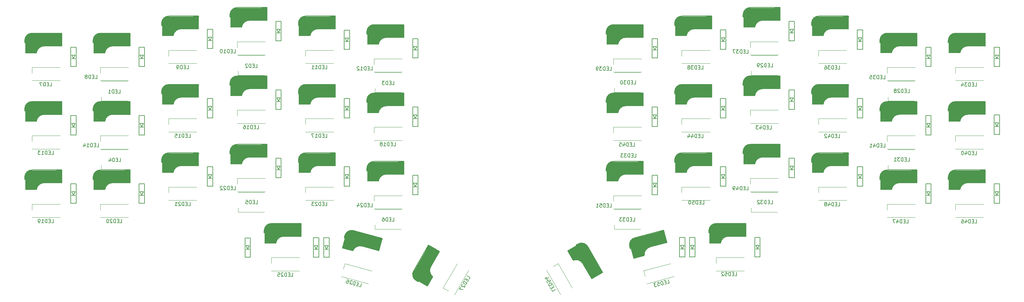
<source format=gbr>
%TF.GenerationSoftware,KiCad,Pcbnew,(5.1.12)-1*%
%TF.CreationDate,2022-11-19T09:45:38+01:00*%
%TF.ProjectId,corne-cherry,636f726e-652d-4636-9865-7272792e6b69,3.0.1*%
%TF.SameCoordinates,Original*%
%TF.FileFunction,Legend,Bot*%
%TF.FilePolarity,Positive*%
%FSLAX46Y46*%
G04 Gerber Fmt 4.6, Leading zero omitted, Abs format (unit mm)*
G04 Created by KiCad (PCBNEW (5.1.12)-1) date 2022-11-19 09:45:38*
%MOMM*%
%LPD*%
G01*
G04 APERTURE LIST*
%ADD10C,0.300000*%
%ADD11C,0.800000*%
%ADD12C,3.000000*%
%ADD13C,0.500000*%
%ADD14C,1.000000*%
%ADD15C,3.500000*%
%ADD16C,0.150000*%
%ADD17C,0.400000*%
%ADD18C,0.120000*%
G04 APERTURE END LIST*
D10*
%TO.C,SW21*%
X123450097Y-98152947D02*
X122887181Y-97827947D01*
D11*
X125821859Y-98944935D02*
X124263014Y-98044935D01*
D12*
X123355770Y-96216326D02*
X125295667Y-97336326D01*
D13*
X129142917Y-89892693D02*
X128449616Y-90993526D01*
D14*
X126611348Y-88777501D02*
X128776411Y-90027501D01*
D15*
X127000578Y-90503334D02*
X123650578Y-96305704D01*
D16*
X129459424Y-89844488D02*
X126341732Y-88044488D01*
X128583398Y-89361809D02*
X126634841Y-88236809D01*
X123486700Y-98289550D02*
X123586700Y-98116345D01*
X122226059Y-97273044D02*
X126079872Y-99498044D01*
X122837181Y-97914550D02*
X123486700Y-98289550D01*
X126079872Y-99498044D02*
X127594872Y-96873987D01*
X127059424Y-94001410D02*
X129459424Y-89844488D01*
X126341732Y-88044488D02*
X122241732Y-95145897D01*
D13*
X126006667Y-99224838D02*
X127231667Y-97103076D01*
D17*
X126439937Y-88274392D02*
X125814937Y-89356924D01*
D16*
X127578119Y-96860062D02*
G75*
G02*
X127059424Y-94001410I1328080J1717360D01*
G01*
X122837181Y-97914550D02*
G75*
G02*
X122241732Y-95145897I1086602J1682051D01*
G01*
D14*
X127031709Y-97006472D02*
G75*
G02*
X126513014Y-94147820I1328080J1717360D01*
G01*
D10*
%TO.C,SW42*%
X167471903Y-88102053D02*
X168034819Y-87777053D01*
D11*
X165600141Y-89760065D02*
X167158986Y-88860066D01*
D12*
X169196230Y-88988674D02*
X167256333Y-90108674D01*
D13*
X171779083Y-97162307D02*
X171172384Y-96011474D01*
D14*
X174010652Y-95527499D02*
X171845589Y-96777499D01*
D15*
X172321422Y-95001666D02*
X168971422Y-89199296D01*
D16*
X171662576Y-97460512D02*
X174780268Y-95660512D01*
X172518602Y-96943191D02*
X174467159Y-95818191D01*
X167335300Y-88065450D02*
X167435300Y-88238655D01*
X168845941Y-87481956D02*
X164992128Y-89706956D01*
X167984819Y-87690450D02*
X167335300Y-88065450D01*
X164992128Y-89706956D02*
X166507128Y-92331013D01*
X169262576Y-93303590D02*
X171662576Y-97460512D01*
X174780268Y-95660512D02*
X170680267Y-88559103D01*
D13*
X165265333Y-89780162D02*
X166490333Y-91901924D01*
D17*
X174532063Y-95630608D02*
X173907063Y-94548076D01*
D16*
X166527563Y-92323467D02*
G75*
G02*
X169262576Y-93303590I823238J-2008831D01*
G01*
X167984819Y-87690451D02*
G75*
G02*
X170680267Y-88559103I913398J-1782050D01*
G01*
D14*
X166673973Y-91777057D02*
G75*
G02*
X169408986Y-92757180I823238J-2008831D01*
G01*
D18*
%TO.C,LED1*%
X35457500Y-48030000D02*
X35457500Y-46880000D01*
X42757500Y-48030000D02*
X35457500Y-48030000D01*
X42757500Y-42530000D02*
X35457500Y-42530000D01*
%TO.C,LED2*%
X73457500Y-40905000D02*
X73457500Y-39755000D01*
X80757500Y-40905000D02*
X73457500Y-40905000D01*
X80757500Y-35405000D02*
X73457500Y-35405000D01*
%TO.C,LED3*%
X111457500Y-45655000D02*
X111457500Y-44505000D01*
X118757500Y-45655000D02*
X111457500Y-45655000D01*
X118757500Y-40155000D02*
X111457500Y-40155000D01*
%TO.C,LED4*%
X35457500Y-67030000D02*
X35457500Y-65880000D01*
X42757500Y-67030000D02*
X35457500Y-67030000D01*
X42757500Y-61530000D02*
X35457500Y-61530000D01*
%TO.C,LED5*%
X73457500Y-78905000D02*
X73457500Y-77755000D01*
X80757500Y-78905000D02*
X73457500Y-78905000D01*
X80757500Y-73405000D02*
X73457500Y-73405000D01*
%TO.C,LED6*%
X111457500Y-83655000D02*
X111457500Y-82505000D01*
X118757500Y-83655000D02*
X111457500Y-83655000D01*
X118757500Y-78155000D02*
X111457500Y-78155000D01*
%TO.C,LED28*%
X253957500Y-48030000D02*
X253957500Y-46880000D01*
X261257500Y-48030000D02*
X253957500Y-48030000D01*
X261257500Y-42530000D02*
X253957500Y-42530000D01*
%TO.C,LED29*%
X215957500Y-40905000D02*
X215957500Y-39755000D01*
X223257500Y-40905000D02*
X215957500Y-40905000D01*
X223257500Y-35405000D02*
X215957500Y-35405000D01*
%TO.C,LED30*%
X177957500Y-45655000D02*
X177957500Y-44505000D01*
X185257500Y-45655000D02*
X177957500Y-45655000D01*
X185257500Y-40155000D02*
X177957500Y-40155000D01*
%TO.C,LED31*%
X253957500Y-67030000D02*
X253957500Y-65880000D01*
X261257500Y-67030000D02*
X253957500Y-67030000D01*
X261257500Y-61530000D02*
X253957500Y-61530000D01*
%TO.C,LED32*%
X215957500Y-78905000D02*
X215957500Y-77755000D01*
X223257500Y-78905000D02*
X215957500Y-78905000D01*
X223257500Y-73405000D02*
X215957500Y-73405000D01*
%TO.C,LED33*%
X177957500Y-83655000D02*
X177957500Y-82505000D01*
X185257500Y-83655000D02*
X177957500Y-83655000D01*
X185257500Y-78155000D02*
X177957500Y-78155000D01*
%TO.C,LED26*%
X102675704Y-94742272D02*
X103089815Y-93196791D01*
X109666405Y-98789505D02*
X102132184Y-96770717D01*
X103089815Y-93196791D02*
X110624036Y-95215579D01*
%TO.C,LED7*%
X16207500Y-40280000D02*
X16207500Y-38680000D01*
X24007500Y-42380000D02*
X16207500Y-42380000D01*
X16207500Y-38680000D02*
X24007500Y-38680000D01*
%TO.C,LED8*%
X35207500Y-40280000D02*
X35207500Y-38680000D01*
X43007500Y-42380000D02*
X35207500Y-42380000D01*
X35207500Y-38680000D02*
X43007500Y-38680000D01*
%TO.C,LED9*%
X54207500Y-35530000D02*
X54207500Y-33930000D01*
X62007500Y-37630000D02*
X54207500Y-37630000D01*
X54207500Y-33930000D02*
X62007500Y-33930000D01*
%TO.C,LED10*%
X73207500Y-33155000D02*
X73207500Y-31555000D01*
X81007500Y-35255000D02*
X73207500Y-35255000D01*
X73207500Y-31555000D02*
X81007500Y-31555000D01*
%TO.C,LED11*%
X92207500Y-35530000D02*
X92207500Y-33930000D01*
X100007500Y-37630000D02*
X92207500Y-37630000D01*
X92207500Y-33930000D02*
X100007500Y-33930000D01*
%TO.C,LED12*%
X111207500Y-37905000D02*
X111207500Y-36305000D01*
X119007500Y-40005000D02*
X111207500Y-40005000D01*
X111207500Y-36305000D02*
X119007500Y-36305000D01*
%TO.C,LED13*%
X16207500Y-59280000D02*
X16207500Y-57680000D01*
X24007500Y-61380000D02*
X16207500Y-61380000D01*
X16207500Y-57680000D02*
X24007500Y-57680000D01*
%TO.C,LED14*%
X35207500Y-59280000D02*
X35207500Y-57680000D01*
X43007500Y-61380000D02*
X35207500Y-61380000D01*
X35207500Y-57680000D02*
X43007500Y-57680000D01*
%TO.C,LED15*%
X54207500Y-54530000D02*
X54207500Y-52930000D01*
X62007500Y-56630000D02*
X54207500Y-56630000D01*
X54207500Y-52930000D02*
X62007500Y-52930000D01*
%TO.C,LED16*%
X73207500Y-52155000D02*
X73207500Y-50555000D01*
X81007500Y-54255000D02*
X73207500Y-54255000D01*
X73207500Y-50555000D02*
X81007500Y-50555000D01*
%TO.C,LED17*%
X92207500Y-54530000D02*
X92207500Y-52930000D01*
X100007500Y-56630000D02*
X92207500Y-56630000D01*
X92207500Y-52930000D02*
X100007500Y-52930000D01*
%TO.C,LED18*%
X111207500Y-56905000D02*
X111207500Y-55305000D01*
X119007500Y-59005000D02*
X111207500Y-59005000D01*
X111207500Y-55305000D02*
X119007500Y-55305000D01*
%TO.C,LED19*%
X16207500Y-78280000D02*
X16207500Y-76680000D01*
X24007500Y-80380000D02*
X16207500Y-80380000D01*
X16207500Y-76680000D02*
X24007500Y-76680000D01*
%TO.C,LED20*%
X35207500Y-78280000D02*
X35207500Y-76680000D01*
X43007500Y-80380000D02*
X35207500Y-80380000D01*
X35207500Y-76680000D02*
X43007500Y-76680000D01*
%TO.C,LED21*%
X54207500Y-73530000D02*
X54207500Y-71930000D01*
X62007500Y-75630000D02*
X54207500Y-75630000D01*
X54207500Y-71930000D02*
X62007500Y-71930000D01*
%TO.C,LED22*%
X73207500Y-71155000D02*
X73207500Y-69555000D01*
X81007500Y-73255000D02*
X73207500Y-73255000D01*
X73207500Y-69555000D02*
X81007500Y-69555000D01*
%TO.C,LED24*%
X111207500Y-75905000D02*
X111207500Y-74305000D01*
X119007500Y-78005000D02*
X111207500Y-78005000D01*
X111207500Y-74305000D02*
X119007500Y-74305000D01*
%TO.C,LED25*%
X82707500Y-93155000D02*
X82707500Y-91555000D01*
X90507500Y-95255000D02*
X82707500Y-95255000D01*
X82707500Y-91555000D02*
X90507500Y-91555000D01*
%TO.C,LED27*%
X131804615Y-100782499D02*
X130418974Y-99982499D01*
X137523268Y-95077501D02*
X133623268Y-101832499D01*
X130418974Y-99982499D02*
X134318974Y-93227501D01*
%TO.C,LED43*%
X215707500Y-52155000D02*
X215707500Y-50555000D01*
X223507500Y-54255000D02*
X215707500Y-54255000D01*
X215707500Y-50555000D02*
X223507500Y-50555000D01*
%TO.C,LED44*%
X196707500Y-54530000D02*
X196707500Y-52930000D01*
X204507500Y-56630000D02*
X196707500Y-56630000D01*
X196707500Y-52930000D02*
X204507500Y-52930000D01*
%TO.C,LED45*%
X177707500Y-56905000D02*
X177707500Y-55305000D01*
X185507500Y-59005000D02*
X177707500Y-59005000D01*
X177707500Y-55305000D02*
X185507500Y-55305000D01*
%TO.C,LED46*%
X272707500Y-78280000D02*
X272707500Y-76680000D01*
X280507500Y-80380000D02*
X272707500Y-80380000D01*
X272707500Y-76680000D02*
X280507500Y-76680000D01*
%TO.C,LED47*%
X253707500Y-78280000D02*
X253707500Y-76680000D01*
X261507500Y-80380000D02*
X253707500Y-80380000D01*
X253707500Y-76680000D02*
X261507500Y-76680000D01*
%TO.C,LED48*%
X234707500Y-73530000D02*
X234707500Y-71930000D01*
X242507500Y-75630000D02*
X234707500Y-75630000D01*
X234707500Y-71930000D02*
X242507500Y-71930000D01*
%TO.C,LED49*%
X215707500Y-71155000D02*
X215707500Y-69555000D01*
X223507500Y-73255000D02*
X215707500Y-73255000D01*
X215707500Y-69555000D02*
X223507500Y-69555000D01*
%TO.C,LED50*%
X196707500Y-73530000D02*
X196707500Y-71930000D01*
X204507500Y-75630000D02*
X196707500Y-75630000D01*
X196707500Y-71930000D02*
X204507500Y-71930000D01*
%TO.C,LED51*%
X177707500Y-75905000D02*
X177707500Y-74305000D01*
X185507500Y-78005000D02*
X177707500Y-78005000D01*
X177707500Y-74305000D02*
X185507500Y-74305000D01*
%TO.C,LED52*%
X206207500Y-93155000D02*
X206207500Y-91555000D01*
X214007500Y-95255000D02*
X206207500Y-95255000D01*
X206207500Y-91555000D02*
X214007500Y-91555000D01*
%TO.C,LED53*%
X186512075Y-96756061D02*
X186097964Y-95210579D01*
X194589816Y-96765717D02*
X187055595Y-98784505D01*
X186097964Y-95210579D02*
X193632185Y-93191791D01*
%TO.C,LED54*%
X161017385Y-94022501D02*
X162403026Y-93222501D01*
X163098732Y-101827499D02*
X159198732Y-95072501D01*
X162403026Y-93222501D02*
X166303026Y-99977499D01*
%TO.C,LED23*%
X92207500Y-73530000D02*
X92207500Y-71930000D01*
X100007500Y-75630000D02*
X92207500Y-75630000D01*
X92207500Y-71930000D02*
X100007500Y-71930000D01*
%TO.C,LED34*%
X272707500Y-40280000D02*
X272707500Y-38680000D01*
X280507500Y-42380000D02*
X272707500Y-42380000D01*
X272707500Y-38680000D02*
X280507500Y-38680000D01*
%TO.C,LED35*%
X253707500Y-40280000D02*
X253707500Y-38680000D01*
X261507500Y-42380000D02*
X253707500Y-42380000D01*
X253707500Y-38680000D02*
X261507500Y-38680000D01*
%TO.C,LED36*%
X234707500Y-35530000D02*
X234707500Y-33930000D01*
X242507500Y-37630000D02*
X234707500Y-37630000D01*
X234707500Y-33930000D02*
X242507500Y-33930000D01*
%TO.C,LED37*%
X215707500Y-33155000D02*
X215707500Y-31555000D01*
X223507500Y-35255000D02*
X215707500Y-35255000D01*
X215707500Y-31555000D02*
X223507500Y-31555000D01*
%TO.C,LED38*%
X196707500Y-35530000D02*
X196707500Y-33930000D01*
X204507500Y-37630000D02*
X196707500Y-37630000D01*
X196707500Y-33930000D02*
X204507500Y-33930000D01*
%TO.C,LED39*%
X177707500Y-37905000D02*
X177707500Y-36305000D01*
X185507500Y-40005000D02*
X177707500Y-40005000D01*
X177707500Y-36305000D02*
X185507500Y-36305000D01*
%TO.C,LED40*%
X272707500Y-59280000D02*
X272707500Y-57680000D01*
X280507500Y-61380000D02*
X272707500Y-61380000D01*
X272707500Y-57680000D02*
X280507500Y-57680000D01*
%TO.C,LED41*%
X253707500Y-59280000D02*
X253707500Y-57680000D01*
X261507500Y-61380000D02*
X253707500Y-61380000D01*
X253707500Y-57680000D02*
X261507500Y-57680000D01*
%TO.C,LED42*%
X234707500Y-54530000D02*
X234707500Y-52930000D01*
X242507500Y-56630000D02*
X234707500Y-56630000D01*
X234707500Y-52930000D02*
X242507500Y-52930000D01*
D10*
%TO.C,SW6*%
X109307500Y-29355000D02*
X109307500Y-28705000D01*
D11*
X109807500Y-31805000D02*
X109807500Y-30005001D01*
D12*
X110937500Y-28305000D02*
X110937500Y-30545000D01*
D13*
X119307500Y-30155000D02*
X118007500Y-30105000D01*
D14*
X119007500Y-27405000D02*
X119007500Y-29905000D01*
D15*
X117707500Y-28605000D02*
X111007500Y-28605000D01*
D16*
X119507500Y-30405000D02*
X119507500Y-26805000D01*
X119487500Y-29405000D02*
X119487500Y-27155000D01*
X109207500Y-29455000D02*
X109407500Y-29455000D01*
X109457500Y-27855000D02*
X109457500Y-32305000D01*
X109207500Y-28705000D02*
X109207500Y-29455000D01*
X109457500Y-32305000D02*
X112487500Y-32305000D01*
X114707500Y-30405000D02*
X119507500Y-30405000D01*
X119507500Y-26805000D02*
X111307499Y-26805000D01*
D13*
X109657500Y-32105000D02*
X112107500Y-32105000D01*
D17*
X119357500Y-27005000D02*
X118107500Y-27005000D01*
D16*
X112491182Y-32283529D02*
G75*
G02*
X114707500Y-30405000I2151318J-291471D01*
G01*
X109207500Y-28705001D02*
G75*
G02*
X111307499Y-26805000I2000000J-99999D01*
G01*
D14*
X112091182Y-31883529D02*
G75*
G02*
X114307500Y-30005000I2151318J-291471D01*
G01*
D10*
%TO.C,SW33*%
X175814500Y-48350000D02*
X175814500Y-47700000D01*
D11*
X176314500Y-50800000D02*
X176314500Y-49000001D01*
D12*
X177444500Y-47300000D02*
X177444500Y-49540000D01*
D13*
X185814500Y-49150000D02*
X184514500Y-49100000D01*
D14*
X185514500Y-46400000D02*
X185514500Y-48900000D01*
D15*
X184214500Y-47600000D02*
X177514500Y-47600000D01*
D16*
X186014500Y-49400000D02*
X186014500Y-45800000D01*
X185994500Y-48400000D02*
X185994500Y-46150000D01*
X175714500Y-48450000D02*
X175914500Y-48450000D01*
X175964500Y-46850000D02*
X175964500Y-51300000D01*
X175714500Y-47700000D02*
X175714500Y-48450000D01*
X175964500Y-51300000D02*
X178994500Y-51300000D01*
X181214500Y-49400000D02*
X186014500Y-49400000D01*
X186014500Y-45800000D02*
X177814499Y-45800000D01*
D13*
X176164500Y-51100000D02*
X178614500Y-51100000D01*
D17*
X185864500Y-46000000D02*
X184614500Y-46000000D01*
D16*
X178998182Y-51278529D02*
G75*
G02*
X181214500Y-49400000I2151318J-291471D01*
G01*
X175714500Y-47700001D02*
G75*
G02*
X177814499Y-45800000I2000000J-99999D01*
G01*
D14*
X178598182Y-50878529D02*
G75*
G02*
X180814500Y-49000000I2151318J-291471D01*
G01*
D10*
%TO.C,SW39*%
X175814500Y-67350000D02*
X175814500Y-66700000D01*
D11*
X176314500Y-69800000D02*
X176314500Y-68000001D01*
D12*
X177444500Y-66300000D02*
X177444500Y-68540000D01*
D13*
X185814500Y-68150000D02*
X184514500Y-68100000D01*
D14*
X185514500Y-65400000D02*
X185514500Y-67900000D01*
D15*
X184214500Y-66600000D02*
X177514500Y-66600000D01*
D16*
X186014500Y-68400000D02*
X186014500Y-64800000D01*
X185994500Y-67400000D02*
X185994500Y-65150000D01*
X175714500Y-67450000D02*
X175914500Y-67450000D01*
X175964500Y-65850000D02*
X175964500Y-70300000D01*
X175714500Y-66700000D02*
X175714500Y-67450000D01*
X175964500Y-70300000D02*
X178994500Y-70300000D01*
X181214500Y-68400000D02*
X186014500Y-68400000D01*
X186014500Y-64800000D02*
X177814499Y-64800000D01*
D13*
X176164500Y-70100000D02*
X178614500Y-70100000D01*
D17*
X185864500Y-65000000D02*
X184614500Y-65000000D01*
D16*
X178998182Y-70278529D02*
G75*
G02*
X181214500Y-68400000I2151318J-291471D01*
G01*
X175714500Y-66700001D02*
G75*
G02*
X177814499Y-64800000I2000000J-99999D01*
G01*
D14*
X178598182Y-69878529D02*
G75*
G02*
X180814500Y-68000000I2151318J-291471D01*
G01*
D10*
%TO.C,SW13*%
X14307500Y-69730000D02*
X14307500Y-69080000D01*
D11*
X14807500Y-72180000D02*
X14807500Y-70380001D01*
D12*
X15937500Y-68680000D02*
X15937500Y-70920000D01*
D13*
X24307500Y-70530000D02*
X23007500Y-70480000D01*
D14*
X24007500Y-67780000D02*
X24007500Y-70280000D01*
D15*
X22707500Y-68980000D02*
X16007500Y-68980000D01*
D16*
X24507500Y-70780000D02*
X24507500Y-67180000D01*
X24487500Y-69780000D02*
X24487500Y-67530000D01*
X14207500Y-69830000D02*
X14407500Y-69830000D01*
X14457500Y-68230000D02*
X14457500Y-72680000D01*
X14207500Y-69080000D02*
X14207500Y-69830000D01*
X14457500Y-72680000D02*
X17487500Y-72680000D01*
X19707500Y-70780000D02*
X24507500Y-70780000D01*
X24507500Y-67180000D02*
X16307499Y-67180000D01*
D13*
X14657500Y-72480000D02*
X17107500Y-72480000D01*
D17*
X24357500Y-67380000D02*
X23107500Y-67380000D01*
D16*
X17491182Y-72658529D02*
G75*
G02*
X19707500Y-70780000I2151318J-291471D01*
G01*
X14207500Y-69080001D02*
G75*
G02*
X16307499Y-67180000I2000000J-99999D01*
G01*
D14*
X17091182Y-72258529D02*
G75*
G02*
X19307500Y-70380000I2151318J-291471D01*
G01*
D10*
%TO.C,SW35*%
X251814500Y-69725000D02*
X251814500Y-69075000D01*
D11*
X252314500Y-72175000D02*
X252314500Y-70375001D01*
D12*
X253444500Y-68675000D02*
X253444500Y-70915000D01*
D13*
X261814500Y-70525000D02*
X260514500Y-70475000D01*
D14*
X261514500Y-67775000D02*
X261514500Y-70275000D01*
D15*
X260214500Y-68975000D02*
X253514500Y-68975000D01*
D16*
X262014500Y-70775000D02*
X262014500Y-67175000D01*
X261994500Y-69775000D02*
X261994500Y-67525000D01*
X251714500Y-69825000D02*
X251914500Y-69825000D01*
X251964500Y-68225000D02*
X251964500Y-72675000D01*
X251714500Y-69075000D02*
X251714500Y-69825000D01*
X251964500Y-72675000D02*
X254994500Y-72675000D01*
X257214500Y-70775000D02*
X262014500Y-70775000D01*
X262014500Y-67175000D02*
X253814499Y-67175000D01*
D13*
X252164500Y-72475000D02*
X254614500Y-72475000D01*
D17*
X261864500Y-67375000D02*
X260614500Y-67375000D01*
D16*
X254998182Y-72653529D02*
G75*
G02*
X257214500Y-70775000I2151318J-291471D01*
G01*
X251714500Y-69075001D02*
G75*
G02*
X253814499Y-67175000I2000000J-99999D01*
G01*
D14*
X254598182Y-72253529D02*
G75*
G02*
X256814500Y-70375000I2151318J-291471D01*
G01*
D10*
%TO.C,SW37*%
X213814500Y-62600000D02*
X213814500Y-61950000D01*
D11*
X214314500Y-65050000D02*
X214314500Y-63250001D01*
D12*
X215444500Y-61550000D02*
X215444500Y-63790000D01*
D13*
X223814500Y-63400000D02*
X222514500Y-63350000D01*
D14*
X223514500Y-60650000D02*
X223514500Y-63150000D01*
D15*
X222214500Y-61850000D02*
X215514500Y-61850000D01*
D16*
X224014500Y-63650000D02*
X224014500Y-60050000D01*
X223994500Y-62650000D02*
X223994500Y-60400000D01*
X213714500Y-62700000D02*
X213914500Y-62700000D01*
X213964500Y-61100000D02*
X213964500Y-65550000D01*
X213714500Y-61950000D02*
X213714500Y-62700000D01*
X213964500Y-65550000D02*
X216994500Y-65550000D01*
X219214500Y-63650000D02*
X224014500Y-63650000D01*
X224014500Y-60050000D02*
X215814499Y-60050000D01*
D13*
X214164500Y-65350000D02*
X216614500Y-65350000D01*
D17*
X223864500Y-60250000D02*
X222614500Y-60250000D01*
D16*
X216998182Y-65528529D02*
G75*
G02*
X219214500Y-63650000I2151318J-291471D01*
G01*
X213714500Y-61950001D02*
G75*
G02*
X215814499Y-60050000I2000000J-99999D01*
G01*
D14*
X216598182Y-65128529D02*
G75*
G02*
X218814500Y-63250000I2151318J-291471D01*
G01*
D10*
%TO.C,SW14*%
X33307500Y-69730000D02*
X33307500Y-69080000D01*
D11*
X33807500Y-72180000D02*
X33807500Y-70380001D01*
D12*
X34937500Y-68680000D02*
X34937500Y-70920000D01*
D13*
X43307500Y-70530000D02*
X42007500Y-70480000D01*
D14*
X43007500Y-67780000D02*
X43007500Y-70280000D01*
D15*
X41707500Y-68980000D02*
X35007500Y-68980000D01*
D16*
X43507500Y-70780000D02*
X43507500Y-67180000D01*
X43487500Y-69780000D02*
X43487500Y-67530000D01*
X33207500Y-69830000D02*
X33407500Y-69830000D01*
X33457500Y-68230000D02*
X33457500Y-72680000D01*
X33207500Y-69080000D02*
X33207500Y-69830000D01*
X33457500Y-72680000D02*
X36487500Y-72680000D01*
X38707500Y-70780000D02*
X43507500Y-70780000D01*
X43507500Y-67180000D02*
X35307499Y-67180000D01*
D13*
X33657500Y-72480000D02*
X36107500Y-72480000D01*
D17*
X43357500Y-67380000D02*
X42107500Y-67380000D01*
D16*
X36491182Y-72658529D02*
G75*
G02*
X38707500Y-70780000I2151318J-291471D01*
G01*
X33207500Y-69080001D02*
G75*
G02*
X35307499Y-67180000I2000000J-99999D01*
G01*
D14*
X36091182Y-72258529D02*
G75*
G02*
X38307500Y-70380000I2151318J-291471D01*
G01*
D10*
%TO.C,SW7*%
X14307500Y-50730000D02*
X14307500Y-50080000D01*
D11*
X14807500Y-53180000D02*
X14807500Y-51380001D01*
D12*
X15937500Y-49680000D02*
X15937500Y-51920000D01*
D13*
X24307500Y-51530000D02*
X23007500Y-51480000D01*
D14*
X24007500Y-48780000D02*
X24007500Y-51280000D01*
D15*
X22707500Y-49980000D02*
X16007500Y-49980000D01*
D16*
X24507500Y-51780000D02*
X24507500Y-48180000D01*
X24487500Y-50780000D02*
X24487500Y-48530000D01*
X14207500Y-50830000D02*
X14407500Y-50830000D01*
X14457500Y-49230000D02*
X14457500Y-53680000D01*
X14207500Y-50080000D02*
X14207500Y-50830000D01*
X14457500Y-53680000D02*
X17487500Y-53680000D01*
X19707500Y-51780000D02*
X24507500Y-51780000D01*
X24507500Y-48180000D02*
X16307499Y-48180000D01*
D13*
X14657500Y-53480000D02*
X17107500Y-53480000D01*
D17*
X24357500Y-48380000D02*
X23107500Y-48380000D01*
D16*
X17491182Y-53658529D02*
G75*
G02*
X19707500Y-51780000I2151318J-291471D01*
G01*
X14207500Y-50080001D02*
G75*
G02*
X16307499Y-48180000I2000000J-99999D01*
G01*
D14*
X17091182Y-53258529D02*
G75*
G02*
X19307500Y-51380000I2151318J-291471D01*
G01*
D10*
%TO.C,SW8*%
X33307500Y-50730000D02*
X33307500Y-50080000D01*
D11*
X33807500Y-53180000D02*
X33807500Y-51380001D01*
D12*
X34937500Y-49680000D02*
X34937500Y-51920000D01*
D13*
X43307500Y-51530000D02*
X42007500Y-51480000D01*
D14*
X43007500Y-48780000D02*
X43007500Y-51280000D01*
D15*
X41707500Y-49980000D02*
X35007500Y-49980000D01*
D16*
X43507500Y-51780000D02*
X43507500Y-48180000D01*
X43487500Y-50780000D02*
X43487500Y-48530000D01*
X33207500Y-50830000D02*
X33407500Y-50830000D01*
X33457500Y-49230000D02*
X33457500Y-53680000D01*
X33207500Y-50080000D02*
X33207500Y-50830000D01*
X33457500Y-53680000D02*
X36487500Y-53680000D01*
X38707500Y-51780000D02*
X43507500Y-51780000D01*
X43507500Y-48180000D02*
X35307499Y-48180000D01*
D13*
X33657500Y-53480000D02*
X36107500Y-53480000D01*
D17*
X43357500Y-48380000D02*
X42107500Y-48380000D01*
D16*
X36491182Y-53658529D02*
G75*
G02*
X38707500Y-51780000I2151318J-291471D01*
G01*
X33207500Y-50080001D02*
G75*
G02*
X35307499Y-48180000I2000000J-99999D01*
G01*
D14*
X36091182Y-53258529D02*
G75*
G02*
X38307500Y-51380000I2151318J-291471D01*
G01*
D10*
%TO.C,SW1*%
X14307500Y-31730000D02*
X14307500Y-31080000D01*
D11*
X14807500Y-34180000D02*
X14807500Y-32380001D01*
D12*
X15937500Y-30680000D02*
X15937500Y-32920000D01*
D13*
X24307500Y-32530000D02*
X23007500Y-32480000D01*
D14*
X24007500Y-29780000D02*
X24007500Y-32280000D01*
D15*
X22707500Y-30980000D02*
X16007500Y-30980000D01*
D16*
X24507500Y-32780000D02*
X24507500Y-29180000D01*
X24487500Y-31780000D02*
X24487500Y-29530000D01*
X14207500Y-31830000D02*
X14407500Y-31830000D01*
X14457500Y-30230000D02*
X14457500Y-34680000D01*
X14207500Y-31080000D02*
X14207500Y-31830000D01*
X14457500Y-34680000D02*
X17487500Y-34680000D01*
X19707500Y-32780000D02*
X24507500Y-32780000D01*
X24507500Y-29180000D02*
X16307499Y-29180000D01*
D13*
X14657500Y-34480000D02*
X17107500Y-34480000D01*
D17*
X24357500Y-29380000D02*
X23107500Y-29380000D01*
D16*
X17491182Y-34658529D02*
G75*
G02*
X19707500Y-32780000I2151318J-291471D01*
G01*
X14207500Y-31080001D02*
G75*
G02*
X16307499Y-29180000I2000000J-99999D01*
G01*
D14*
X17091182Y-34258529D02*
G75*
G02*
X19307500Y-32380000I2151318J-291471D01*
G01*
D10*
%TO.C,SW2*%
X33307500Y-31730000D02*
X33307500Y-31080000D01*
D11*
X33807500Y-34180000D02*
X33807500Y-32380001D01*
D12*
X34937500Y-30680000D02*
X34937500Y-32920000D01*
D13*
X43307500Y-32530000D02*
X42007500Y-32480000D01*
D14*
X43007500Y-29780000D02*
X43007500Y-32280000D01*
D15*
X41707500Y-30980000D02*
X35007500Y-30980000D01*
D16*
X43507500Y-32780000D02*
X43507500Y-29180000D01*
X43487500Y-31780000D02*
X43487500Y-29530000D01*
X33207500Y-31830000D02*
X33407500Y-31830000D01*
X33457500Y-30230000D02*
X33457500Y-34680000D01*
X33207500Y-31080000D02*
X33207500Y-31830000D01*
X33457500Y-34680000D02*
X36487500Y-34680000D01*
X38707500Y-32780000D02*
X43507500Y-32780000D01*
X43507500Y-29180000D02*
X35307499Y-29180000D01*
D13*
X33657500Y-34480000D02*
X36107500Y-34480000D01*
D17*
X43357500Y-29380000D02*
X42107500Y-29380000D01*
D16*
X36491182Y-34658529D02*
G75*
G02*
X38707500Y-32780000I2151318J-291471D01*
G01*
X33207500Y-31080001D02*
G75*
G02*
X35307499Y-29180000I2000000J-99999D01*
G01*
D14*
X36091182Y-34258529D02*
G75*
G02*
X38307500Y-32380000I2151318J-291471D01*
G01*
D10*
%TO.C,SW3*%
X52307500Y-26980000D02*
X52307500Y-26330000D01*
D11*
X52807500Y-29430000D02*
X52807500Y-27630001D01*
D12*
X53937500Y-25930000D02*
X53937500Y-28170000D01*
D13*
X62307500Y-27780000D02*
X61007500Y-27730000D01*
D14*
X62007500Y-25030000D02*
X62007500Y-27530000D01*
D15*
X60707500Y-26230000D02*
X54007500Y-26230000D01*
D16*
X62507500Y-28030000D02*
X62507500Y-24430000D01*
X62487500Y-27030000D02*
X62487500Y-24780000D01*
X52207500Y-27080000D02*
X52407500Y-27080000D01*
X52457500Y-25480000D02*
X52457500Y-29930000D01*
X52207500Y-26330000D02*
X52207500Y-27080000D01*
X52457500Y-29930000D02*
X55487500Y-29930000D01*
X57707500Y-28030000D02*
X62507500Y-28030000D01*
X62507500Y-24430000D02*
X54307499Y-24430000D01*
D13*
X52657500Y-29730000D02*
X55107500Y-29730000D01*
D17*
X62357500Y-24630000D02*
X61107500Y-24630000D01*
D16*
X55491182Y-29908529D02*
G75*
G02*
X57707500Y-28030000I2151318J-291471D01*
G01*
X52207500Y-26330001D02*
G75*
G02*
X54307499Y-24430000I2000000J-99999D01*
G01*
D14*
X55091182Y-29508529D02*
G75*
G02*
X57307500Y-27630000I2151318J-291471D01*
G01*
D10*
%TO.C,SW4*%
X71307500Y-24605000D02*
X71307500Y-23955000D01*
D11*
X71807500Y-27055000D02*
X71807500Y-25255001D01*
D12*
X72937500Y-23555000D02*
X72937500Y-25795000D01*
D13*
X81307500Y-25405000D02*
X80007500Y-25355000D01*
D14*
X81007500Y-22655000D02*
X81007500Y-25155000D01*
D15*
X79707500Y-23855000D02*
X73007500Y-23855000D01*
D16*
X81507500Y-25655000D02*
X81507500Y-22055000D01*
X81487500Y-24655000D02*
X81487500Y-22405000D01*
X71207500Y-24705000D02*
X71407500Y-24705000D01*
X71457500Y-23105000D02*
X71457500Y-27555000D01*
X71207500Y-23955000D02*
X71207500Y-24705000D01*
X71457500Y-27555000D02*
X74487500Y-27555000D01*
X76707500Y-25655000D02*
X81507500Y-25655000D01*
X81507500Y-22055000D02*
X73307499Y-22055000D01*
D13*
X71657500Y-27355000D02*
X74107500Y-27355000D01*
D17*
X81357500Y-22255000D02*
X80107500Y-22255000D01*
D16*
X74491182Y-27533529D02*
G75*
G02*
X76707500Y-25655000I2151318J-291471D01*
G01*
X71207500Y-23955001D02*
G75*
G02*
X73307499Y-22055000I2000000J-99999D01*
G01*
D14*
X74091182Y-27133529D02*
G75*
G02*
X76307500Y-25255000I2151318J-291471D01*
G01*
D10*
%TO.C,SW5*%
X90307500Y-26980000D02*
X90307500Y-26330000D01*
D11*
X90807500Y-29430000D02*
X90807500Y-27630001D01*
D12*
X91937500Y-25930000D02*
X91937500Y-28170000D01*
D13*
X100307500Y-27780000D02*
X99007500Y-27730000D01*
D14*
X100007500Y-25030000D02*
X100007500Y-27530000D01*
D15*
X98707500Y-26230000D02*
X92007500Y-26230000D01*
D16*
X100507500Y-28030000D02*
X100507500Y-24430000D01*
X100487500Y-27030000D02*
X100487500Y-24780000D01*
X90207500Y-27080000D02*
X90407500Y-27080000D01*
X90457500Y-25480000D02*
X90457500Y-29930000D01*
X90207500Y-26330000D02*
X90207500Y-27080000D01*
X90457500Y-29930000D02*
X93487500Y-29930000D01*
X95707500Y-28030000D02*
X100507500Y-28030000D01*
X100507500Y-24430000D02*
X92307499Y-24430000D01*
D13*
X90657500Y-29730000D02*
X93107500Y-29730000D01*
D17*
X100357500Y-24630000D02*
X99107500Y-24630000D01*
D16*
X93491182Y-29908529D02*
G75*
G02*
X95707500Y-28030000I2151318J-291471D01*
G01*
X90207500Y-26330001D02*
G75*
G02*
X92307499Y-24430000I2000000J-99999D01*
G01*
D14*
X93091182Y-29508529D02*
G75*
G02*
X95307500Y-27630000I2151318J-291471D01*
G01*
D10*
%TO.C,SW9*%
X52307500Y-45980000D02*
X52307500Y-45330000D01*
D11*
X52807500Y-48430000D02*
X52807500Y-46630001D01*
D12*
X53937500Y-44930000D02*
X53937500Y-47170000D01*
D13*
X62307500Y-46780000D02*
X61007500Y-46730000D01*
D14*
X62007500Y-44030000D02*
X62007500Y-46530000D01*
D15*
X60707500Y-45230000D02*
X54007500Y-45230000D01*
D16*
X62507500Y-47030000D02*
X62507500Y-43430000D01*
X62487500Y-46030000D02*
X62487500Y-43780000D01*
X52207500Y-46080000D02*
X52407500Y-46080000D01*
X52457500Y-44480000D02*
X52457500Y-48930000D01*
X52207500Y-45330000D02*
X52207500Y-46080000D01*
X52457500Y-48930000D02*
X55487500Y-48930000D01*
X57707500Y-47030000D02*
X62507500Y-47030000D01*
X62507500Y-43430000D02*
X54307499Y-43430000D01*
D13*
X52657500Y-48730000D02*
X55107500Y-48730000D01*
D17*
X62357500Y-43630000D02*
X61107500Y-43630000D01*
D16*
X55491182Y-48908529D02*
G75*
G02*
X57707500Y-47030000I2151318J-291471D01*
G01*
X52207500Y-45330001D02*
G75*
G02*
X54307499Y-43430000I2000000J-99999D01*
G01*
D14*
X55091182Y-48508529D02*
G75*
G02*
X57307500Y-46630000I2151318J-291471D01*
G01*
D10*
%TO.C,SW10*%
X71307500Y-43605000D02*
X71307500Y-42955000D01*
D11*
X71807500Y-46055000D02*
X71807500Y-44255001D01*
D12*
X72937500Y-42555000D02*
X72937500Y-44795000D01*
D13*
X81307500Y-44405000D02*
X80007500Y-44355000D01*
D14*
X81007500Y-41655000D02*
X81007500Y-44155000D01*
D15*
X79707500Y-42855000D02*
X73007500Y-42855000D01*
D16*
X81507500Y-44655000D02*
X81507500Y-41055000D01*
X81487500Y-43655000D02*
X81487500Y-41405000D01*
X71207500Y-43705000D02*
X71407500Y-43705000D01*
X71457500Y-42105000D02*
X71457500Y-46555000D01*
X71207500Y-42955000D02*
X71207500Y-43705000D01*
X71457500Y-46555000D02*
X74487500Y-46555000D01*
X76707500Y-44655000D02*
X81507500Y-44655000D01*
X81507500Y-41055000D02*
X73307499Y-41055000D01*
D13*
X71657500Y-46355000D02*
X74107500Y-46355000D01*
D17*
X81357500Y-41255000D02*
X80107500Y-41255000D01*
D16*
X74491182Y-46533529D02*
G75*
G02*
X76707500Y-44655000I2151318J-291471D01*
G01*
X71207500Y-42955001D02*
G75*
G02*
X73307499Y-41055000I2000000J-99999D01*
G01*
D14*
X74091182Y-46133529D02*
G75*
G02*
X76307500Y-44255000I2151318J-291471D01*
G01*
D10*
%TO.C,SW11*%
X90307500Y-45980000D02*
X90307500Y-45330000D01*
D11*
X90807500Y-48430000D02*
X90807500Y-46630001D01*
D12*
X91937500Y-44930000D02*
X91937500Y-47170000D01*
D13*
X100307500Y-46780000D02*
X99007500Y-46730000D01*
D14*
X100007500Y-44030000D02*
X100007500Y-46530000D01*
D15*
X98707500Y-45230000D02*
X92007500Y-45230000D01*
D16*
X100507500Y-47030000D02*
X100507500Y-43430000D01*
X100487500Y-46030000D02*
X100487500Y-43780000D01*
X90207500Y-46080000D02*
X90407500Y-46080000D01*
X90457500Y-44480000D02*
X90457500Y-48930000D01*
X90207500Y-45330000D02*
X90207500Y-46080000D01*
X90457500Y-48930000D02*
X93487500Y-48930000D01*
X95707500Y-47030000D02*
X100507500Y-47030000D01*
X100507500Y-43430000D02*
X92307499Y-43430000D01*
D13*
X90657500Y-48730000D02*
X93107500Y-48730000D01*
D17*
X100357500Y-43630000D02*
X99107500Y-43630000D01*
D16*
X93491182Y-48908529D02*
G75*
G02*
X95707500Y-47030000I2151318J-291471D01*
G01*
X90207500Y-45330001D02*
G75*
G02*
X92307499Y-43430000I2000000J-99999D01*
G01*
D14*
X93091182Y-48508529D02*
G75*
G02*
X95307500Y-46630000I2151318J-291471D01*
G01*
D10*
%TO.C,SW12*%
X109307500Y-48355000D02*
X109307500Y-47705000D01*
D11*
X109807500Y-50805000D02*
X109807500Y-49005001D01*
D12*
X110937500Y-47305000D02*
X110937500Y-49545000D01*
D13*
X119307500Y-49155000D02*
X118007500Y-49105000D01*
D14*
X119007500Y-46405000D02*
X119007500Y-48905000D01*
D15*
X117707500Y-47605000D02*
X111007500Y-47605000D01*
D16*
X119507500Y-49405000D02*
X119507500Y-45805000D01*
X119487500Y-48405000D02*
X119487500Y-46155000D01*
X109207500Y-48455000D02*
X109407500Y-48455000D01*
X109457500Y-46855000D02*
X109457500Y-51305000D01*
X109207500Y-47705000D02*
X109207500Y-48455000D01*
X109457500Y-51305000D02*
X112487500Y-51305000D01*
X114707500Y-49405000D02*
X119507500Y-49405000D01*
X119507500Y-45805000D02*
X111307499Y-45805000D01*
D13*
X109657500Y-51105000D02*
X112107500Y-51105000D01*
D17*
X119357500Y-46005000D02*
X118107500Y-46005000D01*
D16*
X112491182Y-51283529D02*
G75*
G02*
X114707500Y-49405000I2151318J-291471D01*
G01*
X109207500Y-47705001D02*
G75*
G02*
X111307499Y-45805000I2000000J-99999D01*
G01*
D14*
X112091182Y-50883529D02*
G75*
G02*
X114307500Y-49005000I2151318J-291471D01*
G01*
D10*
%TO.C,SW15*%
X52307500Y-64980000D02*
X52307500Y-64330000D01*
D11*
X52807500Y-67430000D02*
X52807500Y-65630001D01*
D12*
X53937500Y-63930000D02*
X53937500Y-66170000D01*
D13*
X62307500Y-65780000D02*
X61007500Y-65730000D01*
D14*
X62007500Y-63030000D02*
X62007500Y-65530000D01*
D15*
X60707500Y-64230000D02*
X54007500Y-64230000D01*
D16*
X62507500Y-66030000D02*
X62507500Y-62430000D01*
X62487500Y-65030000D02*
X62487500Y-62780000D01*
X52207500Y-65080000D02*
X52407500Y-65080000D01*
X52457500Y-63480000D02*
X52457500Y-67930000D01*
X52207500Y-64330000D02*
X52207500Y-65080000D01*
X52457500Y-67930000D02*
X55487500Y-67930000D01*
X57707500Y-66030000D02*
X62507500Y-66030000D01*
X62507500Y-62430000D02*
X54307499Y-62430000D01*
D13*
X52657500Y-67730000D02*
X55107500Y-67730000D01*
D17*
X62357500Y-62630000D02*
X61107500Y-62630000D01*
D16*
X55491182Y-67908529D02*
G75*
G02*
X57707500Y-66030000I2151318J-291471D01*
G01*
X52207500Y-64330001D02*
G75*
G02*
X54307499Y-62430000I2000000J-99999D01*
G01*
D14*
X55091182Y-67508529D02*
G75*
G02*
X57307500Y-65630000I2151318J-291471D01*
G01*
D10*
%TO.C,SW16*%
X71307500Y-62605000D02*
X71307500Y-61955000D01*
D11*
X71807500Y-65055000D02*
X71807500Y-63255001D01*
D12*
X72937500Y-61555000D02*
X72937500Y-63795000D01*
D13*
X81307500Y-63405000D02*
X80007500Y-63355000D01*
D14*
X81007500Y-60655000D02*
X81007500Y-63155000D01*
D15*
X79707500Y-61855000D02*
X73007500Y-61855000D01*
D16*
X81507500Y-63655000D02*
X81507500Y-60055000D01*
X81487500Y-62655000D02*
X81487500Y-60405000D01*
X71207500Y-62705000D02*
X71407500Y-62705000D01*
X71457500Y-61105000D02*
X71457500Y-65555000D01*
X71207500Y-61955000D02*
X71207500Y-62705000D01*
X71457500Y-65555000D02*
X74487500Y-65555000D01*
X76707500Y-63655000D02*
X81507500Y-63655000D01*
X81507500Y-60055000D02*
X73307499Y-60055000D01*
D13*
X71657500Y-65355000D02*
X74107500Y-65355000D01*
D17*
X81357500Y-60255000D02*
X80107500Y-60255000D01*
D16*
X74491182Y-65533529D02*
G75*
G02*
X76707500Y-63655000I2151318J-291471D01*
G01*
X71207500Y-61955001D02*
G75*
G02*
X73307499Y-60055000I2000000J-99999D01*
G01*
D14*
X74091182Y-65133529D02*
G75*
G02*
X76307500Y-63255000I2151318J-291471D01*
G01*
D10*
%TO.C,SW17*%
X90307500Y-64980000D02*
X90307500Y-64330000D01*
D11*
X90807500Y-67430000D02*
X90807500Y-65630001D01*
D12*
X91937500Y-63930000D02*
X91937500Y-66170000D01*
D13*
X100307500Y-65780000D02*
X99007500Y-65730000D01*
D14*
X100007500Y-63030000D02*
X100007500Y-65530000D01*
D15*
X98707500Y-64230000D02*
X92007500Y-64230000D01*
D16*
X100507500Y-66030000D02*
X100507500Y-62430000D01*
X100487500Y-65030000D02*
X100487500Y-62780000D01*
X90207500Y-65080000D02*
X90407500Y-65080000D01*
X90457500Y-63480000D02*
X90457500Y-67930000D01*
X90207500Y-64330000D02*
X90207500Y-65080000D01*
X90457500Y-67930000D02*
X93487500Y-67930000D01*
X95707500Y-66030000D02*
X100507500Y-66030000D01*
X100507500Y-62430000D02*
X92307499Y-62430000D01*
D13*
X90657500Y-67730000D02*
X93107500Y-67730000D01*
D17*
X100357500Y-62630000D02*
X99107500Y-62630000D01*
D16*
X93491182Y-67908529D02*
G75*
G02*
X95707500Y-66030000I2151318J-291471D01*
G01*
X90207500Y-64330001D02*
G75*
G02*
X92307499Y-62430000I2000000J-99999D01*
G01*
D14*
X93091182Y-67508529D02*
G75*
G02*
X95307500Y-65630000I2151318J-291471D01*
G01*
D10*
%TO.C,SW18*%
X109307500Y-67355000D02*
X109307500Y-66705000D01*
D11*
X109807500Y-69805000D02*
X109807500Y-68005001D01*
D12*
X110937500Y-66305000D02*
X110937500Y-68545000D01*
D13*
X119307500Y-68155000D02*
X118007500Y-68105000D01*
D14*
X119007500Y-65405000D02*
X119007500Y-67905000D01*
D15*
X117707500Y-66605000D02*
X111007500Y-66605000D01*
D16*
X119507500Y-68405000D02*
X119507500Y-64805000D01*
X119487500Y-67405000D02*
X119487500Y-65155000D01*
X109207500Y-67455000D02*
X109407500Y-67455000D01*
X109457500Y-65855000D02*
X109457500Y-70305000D01*
X109207500Y-66705000D02*
X109207500Y-67455000D01*
X109457500Y-70305000D02*
X112487500Y-70305000D01*
X114707500Y-68405000D02*
X119507500Y-68405000D01*
X119507500Y-64805000D02*
X111307499Y-64805000D01*
D13*
X109657500Y-70105000D02*
X112107500Y-70105000D01*
D17*
X119357500Y-65005000D02*
X118107500Y-65005000D01*
D16*
X112491182Y-70283529D02*
G75*
G02*
X114707500Y-68405000I2151318J-291471D01*
G01*
X109207500Y-66705001D02*
G75*
G02*
X111307499Y-64805000I2000000J-99999D01*
G01*
D14*
X112091182Y-69883529D02*
G75*
G02*
X114307500Y-68005000I2151318J-291471D01*
G01*
D10*
%TO.C,SW19*%
X80807500Y-84605000D02*
X80807500Y-83955000D01*
D11*
X81307500Y-87055000D02*
X81307500Y-85255001D01*
D12*
X82437500Y-83555000D02*
X82437500Y-85795000D01*
D13*
X90807500Y-85405000D02*
X89507500Y-85355000D01*
D14*
X90507500Y-82655000D02*
X90507500Y-85155000D01*
D15*
X89207500Y-83855000D02*
X82507500Y-83855000D01*
D16*
X91007500Y-85655000D02*
X91007500Y-82055000D01*
X90987500Y-84655000D02*
X90987500Y-82405000D01*
X80707500Y-84705000D02*
X80907500Y-84705000D01*
X80957500Y-83105000D02*
X80957500Y-87555000D01*
X80707500Y-83955000D02*
X80707500Y-84705000D01*
X80957500Y-87555000D02*
X83987500Y-87555000D01*
X86207500Y-85655000D02*
X91007500Y-85655000D01*
X91007500Y-82055000D02*
X82807499Y-82055000D01*
D13*
X81157500Y-87355000D02*
X83607500Y-87355000D01*
D17*
X90857500Y-82255000D02*
X89607500Y-82255000D01*
D16*
X83991182Y-87533529D02*
G75*
G02*
X86207500Y-85655000I2151318J-291471D01*
G01*
X80707500Y-83955001D02*
G75*
G02*
X82807499Y-82055000I2000000J-99999D01*
G01*
D14*
X83591182Y-87133529D02*
G75*
G02*
X85807500Y-85255000I2151318J-291471D01*
G01*
D10*
%TO.C,SW20*%
X103053347Y-85991850D02*
X103221580Y-85363998D01*
D11*
X102902204Y-88487778D02*
X103368078Y-86749112D01*
D12*
X104899566Y-85399503D02*
X104319812Y-87563177D01*
D13*
X112505550Y-89352781D02*
X111262788Y-88968020D01*
D14*
X112927525Y-86618839D02*
X112280477Y-89033654D01*
D15*
X111361239Y-87441486D02*
X104889536Y-85707398D01*
D16*
X112634031Y-89646026D02*
X113565779Y-86168693D01*
X112873531Y-88674924D02*
X113455874Y-86501591D01*
X102930873Y-86062561D02*
X103124058Y-86114324D01*
X103586465Y-84581784D02*
X102434720Y-88880154D01*
X103124987Y-85338116D02*
X102930873Y-86062561D01*
X102434720Y-88880154D02*
X105361475Y-89664376D01*
X107997587Y-88403695D02*
X112634031Y-89646026D01*
X113565779Y-86168693D02*
X105645187Y-84046377D01*
D13*
X102679669Y-88738733D02*
X105046187Y-89372839D01*
D17*
X113369127Y-86323056D02*
X112161719Y-85999532D01*
D16*
X105370588Y-89644589D02*
G75*
G02*
X107997587Y-88403695I2002576J-838342D01*
G01*
X103124987Y-85338117D02*
G75*
G02*
X105645187Y-84046377I1905970J-614230D01*
G01*
D14*
X105087746Y-89154692D02*
G75*
G02*
X107714744Y-87913797I2002576J-838341D01*
G01*
D10*
%TO.C,SW22*%
X270814500Y-31725000D02*
X270814500Y-31075000D01*
D11*
X271314500Y-34175000D02*
X271314500Y-32375001D01*
D12*
X272444500Y-30675000D02*
X272444500Y-32915000D01*
D13*
X280814500Y-32525000D02*
X279514500Y-32475000D01*
D14*
X280514500Y-29775000D02*
X280514500Y-32275000D01*
D15*
X279214500Y-30975000D02*
X272514500Y-30975000D01*
D16*
X281014500Y-32775000D02*
X281014500Y-29175000D01*
X280994500Y-31775000D02*
X280994500Y-29525000D01*
X270714500Y-31825000D02*
X270914500Y-31825000D01*
X270964500Y-30225000D02*
X270964500Y-34675000D01*
X270714500Y-31075000D02*
X270714500Y-31825000D01*
X270964500Y-34675000D02*
X273994500Y-34675000D01*
X276214500Y-32775000D02*
X281014500Y-32775000D01*
X281014500Y-29175000D02*
X272814499Y-29175000D01*
D13*
X271164500Y-34475000D02*
X273614500Y-34475000D01*
D17*
X280864500Y-29375000D02*
X279614500Y-29375000D01*
D16*
X273998182Y-34653529D02*
G75*
G02*
X276214500Y-32775000I2151318J-291471D01*
G01*
X270714500Y-31075001D02*
G75*
G02*
X272814499Y-29175000I2000000J-99999D01*
G01*
D14*
X273598182Y-34253529D02*
G75*
G02*
X275814500Y-32375000I2151318J-291471D01*
G01*
D10*
%TO.C,SW23*%
X251814500Y-31725000D02*
X251814500Y-31075000D01*
D11*
X252314500Y-34175000D02*
X252314500Y-32375001D01*
D12*
X253444500Y-30675000D02*
X253444500Y-32915000D01*
D13*
X261814500Y-32525000D02*
X260514500Y-32475000D01*
D14*
X261514500Y-29775000D02*
X261514500Y-32275000D01*
D15*
X260214500Y-30975000D02*
X253514500Y-30975000D01*
D16*
X262014500Y-32775000D02*
X262014500Y-29175000D01*
X261994500Y-31775000D02*
X261994500Y-29525000D01*
X251714500Y-31825000D02*
X251914500Y-31825000D01*
X251964500Y-30225000D02*
X251964500Y-34675000D01*
X251714500Y-31075000D02*
X251714500Y-31825000D01*
X251964500Y-34675000D02*
X254994500Y-34675000D01*
X257214500Y-32775000D02*
X262014500Y-32775000D01*
X262014500Y-29175000D02*
X253814499Y-29175000D01*
D13*
X252164500Y-34475000D02*
X254614500Y-34475000D01*
D17*
X261864500Y-29375000D02*
X260614500Y-29375000D01*
D16*
X254998182Y-34653529D02*
G75*
G02*
X257214500Y-32775000I2151318J-291471D01*
G01*
X251714500Y-31075001D02*
G75*
G02*
X253814499Y-29175000I2000000J-99999D01*
G01*
D14*
X254598182Y-34253529D02*
G75*
G02*
X256814500Y-32375000I2151318J-291471D01*
G01*
D10*
%TO.C,SW24*%
X232814500Y-26975000D02*
X232814500Y-26325000D01*
D11*
X233314500Y-29425000D02*
X233314500Y-27625001D01*
D12*
X234444500Y-25925000D02*
X234444500Y-28165000D01*
D13*
X242814500Y-27775000D02*
X241514500Y-27725000D01*
D14*
X242514500Y-25025000D02*
X242514500Y-27525000D01*
D15*
X241214500Y-26225000D02*
X234514500Y-26225000D01*
D16*
X243014500Y-28025000D02*
X243014500Y-24425000D01*
X242994500Y-27025000D02*
X242994500Y-24775000D01*
X232714500Y-27075000D02*
X232914500Y-27075000D01*
X232964500Y-25475000D02*
X232964500Y-29925000D01*
X232714500Y-26325000D02*
X232714500Y-27075000D01*
X232964500Y-29925000D02*
X235994500Y-29925000D01*
X238214500Y-28025000D02*
X243014500Y-28025000D01*
X243014500Y-24425000D02*
X234814499Y-24425000D01*
D13*
X233164500Y-29725000D02*
X235614500Y-29725000D01*
D17*
X242864500Y-24625000D02*
X241614500Y-24625000D01*
D16*
X235998182Y-29903529D02*
G75*
G02*
X238214500Y-28025000I2151318J-291471D01*
G01*
X232714500Y-26325001D02*
G75*
G02*
X234814499Y-24425000I2000000J-99999D01*
G01*
D14*
X235598182Y-29503529D02*
G75*
G02*
X237814500Y-27625000I2151318J-291471D01*
G01*
D10*
%TO.C,SW25*%
X213814500Y-24600000D02*
X213814500Y-23950000D01*
D11*
X214314500Y-27050000D02*
X214314500Y-25250001D01*
D12*
X215444500Y-23550000D02*
X215444500Y-25790000D01*
D13*
X223814500Y-25400000D02*
X222514500Y-25350000D01*
D14*
X223514500Y-22650000D02*
X223514500Y-25150000D01*
D15*
X222214500Y-23850000D02*
X215514500Y-23850000D01*
D16*
X224014500Y-25650000D02*
X224014500Y-22050000D01*
X223994500Y-24650000D02*
X223994500Y-22400000D01*
X213714500Y-24700000D02*
X213914500Y-24700000D01*
X213964500Y-23100000D02*
X213964500Y-27550000D01*
X213714500Y-23950000D02*
X213714500Y-24700000D01*
X213964500Y-27550000D02*
X216994500Y-27550000D01*
X219214500Y-25650000D02*
X224014500Y-25650000D01*
X224014500Y-22050000D02*
X215814499Y-22050000D01*
D13*
X214164500Y-27350000D02*
X216614500Y-27350000D01*
D17*
X223864500Y-22250000D02*
X222614500Y-22250000D01*
D16*
X216998182Y-27528529D02*
G75*
G02*
X219214500Y-25650000I2151318J-291471D01*
G01*
X213714500Y-23950001D02*
G75*
G02*
X215814499Y-22050000I2000000J-99999D01*
G01*
D14*
X216598182Y-27128529D02*
G75*
G02*
X218814500Y-25250000I2151318J-291471D01*
G01*
D10*
%TO.C,SW26*%
X194814500Y-26975000D02*
X194814500Y-26325000D01*
D11*
X195314500Y-29425000D02*
X195314500Y-27625001D01*
D12*
X196444500Y-25925000D02*
X196444500Y-28165000D01*
D13*
X204814500Y-27775000D02*
X203514500Y-27725000D01*
D14*
X204514500Y-25025000D02*
X204514500Y-27525000D01*
D15*
X203214500Y-26225000D02*
X196514500Y-26225000D01*
D16*
X205014500Y-28025000D02*
X205014500Y-24425000D01*
X204994500Y-27025000D02*
X204994500Y-24775000D01*
X194714500Y-27075000D02*
X194914500Y-27075000D01*
X194964500Y-25475000D02*
X194964500Y-29925000D01*
X194714500Y-26325000D02*
X194714500Y-27075000D01*
X194964500Y-29925000D02*
X197994500Y-29925000D01*
X200214500Y-28025000D02*
X205014500Y-28025000D01*
X205014500Y-24425000D02*
X196814499Y-24425000D01*
D13*
X195164500Y-29725000D02*
X197614500Y-29725000D01*
D17*
X204864500Y-24625000D02*
X203614500Y-24625000D01*
D16*
X197998182Y-29903529D02*
G75*
G02*
X200214500Y-28025000I2151318J-291471D01*
G01*
X194714500Y-26325001D02*
G75*
G02*
X196814499Y-24425000I2000000J-99999D01*
G01*
D14*
X197598182Y-29503529D02*
G75*
G02*
X199814500Y-27625000I2151318J-291471D01*
G01*
D10*
%TO.C,SW27*%
X175807500Y-29355000D02*
X175807500Y-28705000D01*
D11*
X176307500Y-31805000D02*
X176307500Y-30005001D01*
D12*
X177437500Y-28305000D02*
X177437500Y-30545000D01*
D13*
X185807500Y-30155000D02*
X184507500Y-30105000D01*
D14*
X185507500Y-27405000D02*
X185507500Y-29905000D01*
D15*
X184207500Y-28605000D02*
X177507500Y-28605000D01*
D16*
X186007500Y-30405000D02*
X186007500Y-26805000D01*
X185987500Y-29405000D02*
X185987500Y-27155000D01*
X175707500Y-29455000D02*
X175907500Y-29455000D01*
X175957500Y-27855000D02*
X175957500Y-32305000D01*
X175707500Y-28705000D02*
X175707500Y-29455000D01*
X175957500Y-32305000D02*
X178987500Y-32305000D01*
X181207500Y-30405000D02*
X186007500Y-30405000D01*
X186007500Y-26805000D02*
X177807499Y-26805000D01*
D13*
X176157500Y-32105000D02*
X178607500Y-32105000D01*
D17*
X185857500Y-27005000D02*
X184607500Y-27005000D01*
D16*
X178991182Y-32283529D02*
G75*
G02*
X181207500Y-30405000I2151318J-291471D01*
G01*
X175707500Y-28705001D02*
G75*
G02*
X177807499Y-26805000I2000000J-99999D01*
G01*
D14*
X178591182Y-31883529D02*
G75*
G02*
X180807500Y-30005000I2151318J-291471D01*
G01*
D10*
%TO.C,SW28*%
X270814500Y-50725000D02*
X270814500Y-50075000D01*
D11*
X271314500Y-53175000D02*
X271314500Y-51375001D01*
D12*
X272444500Y-49675000D02*
X272444500Y-51915000D01*
D13*
X280814500Y-51525000D02*
X279514500Y-51475000D01*
D14*
X280514500Y-48775000D02*
X280514500Y-51275000D01*
D15*
X279214500Y-49975000D02*
X272514500Y-49975000D01*
D16*
X281014500Y-51775000D02*
X281014500Y-48175000D01*
X280994500Y-50775000D02*
X280994500Y-48525000D01*
X270714500Y-50825000D02*
X270914500Y-50825000D01*
X270964500Y-49225000D02*
X270964500Y-53675000D01*
X270714500Y-50075000D02*
X270714500Y-50825000D01*
X270964500Y-53675000D02*
X273994500Y-53675000D01*
X276214500Y-51775000D02*
X281014500Y-51775000D01*
X281014500Y-48175000D02*
X272814499Y-48175000D01*
D13*
X271164500Y-53475000D02*
X273614500Y-53475000D01*
D17*
X280864500Y-48375000D02*
X279614500Y-48375000D01*
D16*
X273998182Y-53653529D02*
G75*
G02*
X276214500Y-51775000I2151318J-291471D01*
G01*
X270714500Y-50075001D02*
G75*
G02*
X272814499Y-48175000I2000000J-99999D01*
G01*
D14*
X273598182Y-53253529D02*
G75*
G02*
X275814500Y-51375000I2151318J-291471D01*
G01*
D10*
%TO.C,SW29*%
X251814500Y-50725000D02*
X251814500Y-50075000D01*
D11*
X252314500Y-53175000D02*
X252314500Y-51375001D01*
D12*
X253444500Y-49675000D02*
X253444500Y-51915000D01*
D13*
X261814500Y-51525000D02*
X260514500Y-51475000D01*
D14*
X261514500Y-48775000D02*
X261514500Y-51275000D01*
D15*
X260214500Y-49975000D02*
X253514500Y-49975000D01*
D16*
X262014500Y-51775000D02*
X262014500Y-48175000D01*
X261994500Y-50775000D02*
X261994500Y-48525000D01*
X251714500Y-50825000D02*
X251914500Y-50825000D01*
X251964500Y-49225000D02*
X251964500Y-53675000D01*
X251714500Y-50075000D02*
X251714500Y-50825000D01*
X251964500Y-53675000D02*
X254994500Y-53675000D01*
X257214500Y-51775000D02*
X262014500Y-51775000D01*
X262014500Y-48175000D02*
X253814499Y-48175000D01*
D13*
X252164500Y-53475000D02*
X254614500Y-53475000D01*
D17*
X261864500Y-48375000D02*
X260614500Y-48375000D01*
D16*
X254998182Y-53653529D02*
G75*
G02*
X257214500Y-51775000I2151318J-291471D01*
G01*
X251714500Y-50075001D02*
G75*
G02*
X253814499Y-48175000I2000000J-99999D01*
G01*
D14*
X254598182Y-53253529D02*
G75*
G02*
X256814500Y-51375000I2151318J-291471D01*
G01*
D10*
%TO.C,SW30*%
X232814500Y-45975000D02*
X232814500Y-45325000D01*
D11*
X233314500Y-48425000D02*
X233314500Y-46625001D01*
D12*
X234444500Y-44925000D02*
X234444500Y-47165000D01*
D13*
X242814500Y-46775000D02*
X241514500Y-46725000D01*
D14*
X242514500Y-44025000D02*
X242514500Y-46525000D01*
D15*
X241214500Y-45225000D02*
X234514500Y-45225000D01*
D16*
X243014500Y-47025000D02*
X243014500Y-43425000D01*
X242994500Y-46025000D02*
X242994500Y-43775000D01*
X232714500Y-46075000D02*
X232914500Y-46075000D01*
X232964500Y-44475000D02*
X232964500Y-48925000D01*
X232714500Y-45325000D02*
X232714500Y-46075000D01*
X232964500Y-48925000D02*
X235994500Y-48925000D01*
X238214500Y-47025000D02*
X243014500Y-47025000D01*
X243014500Y-43425000D02*
X234814499Y-43425000D01*
D13*
X233164500Y-48725000D02*
X235614500Y-48725000D01*
D17*
X242864500Y-43625000D02*
X241614500Y-43625000D01*
D16*
X235998182Y-48903529D02*
G75*
G02*
X238214500Y-47025000I2151318J-291471D01*
G01*
X232714500Y-45325001D02*
G75*
G02*
X234814499Y-43425000I2000000J-99999D01*
G01*
D14*
X235598182Y-48503529D02*
G75*
G02*
X237814500Y-46625000I2151318J-291471D01*
G01*
D10*
%TO.C,SW31*%
X213814500Y-43600000D02*
X213814500Y-42950000D01*
D11*
X214314500Y-46050000D02*
X214314500Y-44250001D01*
D12*
X215444500Y-42550000D02*
X215444500Y-44790000D01*
D13*
X223814500Y-44400000D02*
X222514500Y-44350000D01*
D14*
X223514500Y-41650000D02*
X223514500Y-44150000D01*
D15*
X222214500Y-42850000D02*
X215514500Y-42850000D01*
D16*
X224014500Y-44650000D02*
X224014500Y-41050000D01*
X223994500Y-43650000D02*
X223994500Y-41400000D01*
X213714500Y-43700000D02*
X213914500Y-43700000D01*
X213964500Y-42100000D02*
X213964500Y-46550000D01*
X213714500Y-42950000D02*
X213714500Y-43700000D01*
X213964500Y-46550000D02*
X216994500Y-46550000D01*
X219214500Y-44650000D02*
X224014500Y-44650000D01*
X224014500Y-41050000D02*
X215814499Y-41050000D01*
D13*
X214164500Y-46350000D02*
X216614500Y-46350000D01*
D17*
X223864500Y-41250000D02*
X222614500Y-41250000D01*
D16*
X216998182Y-46528529D02*
G75*
G02*
X219214500Y-44650000I2151318J-291471D01*
G01*
X213714500Y-42950001D02*
G75*
G02*
X215814499Y-41050000I2000000J-99999D01*
G01*
D14*
X216598182Y-46128529D02*
G75*
G02*
X218814500Y-44250000I2151318J-291471D01*
G01*
D10*
%TO.C,SW32*%
X194814500Y-45975000D02*
X194814500Y-45325000D01*
D11*
X195314500Y-48425000D02*
X195314500Y-46625001D01*
D12*
X196444500Y-44925000D02*
X196444500Y-47165000D01*
D13*
X204814500Y-46775000D02*
X203514500Y-46725000D01*
D14*
X204514500Y-44025000D02*
X204514500Y-46525000D01*
D15*
X203214500Y-45225000D02*
X196514500Y-45225000D01*
D16*
X205014500Y-47025000D02*
X205014500Y-43425000D01*
X204994500Y-46025000D02*
X204994500Y-43775000D01*
X194714500Y-46075000D02*
X194914500Y-46075000D01*
X194964500Y-44475000D02*
X194964500Y-48925000D01*
X194714500Y-45325000D02*
X194714500Y-46075000D01*
X194964500Y-48925000D02*
X197994500Y-48925000D01*
X200214500Y-47025000D02*
X205014500Y-47025000D01*
X205014500Y-43425000D02*
X196814499Y-43425000D01*
D13*
X195164500Y-48725000D02*
X197614500Y-48725000D01*
D17*
X204864500Y-43625000D02*
X203614500Y-43625000D01*
D16*
X197998182Y-48903529D02*
G75*
G02*
X200214500Y-47025000I2151318J-291471D01*
G01*
X194714500Y-45325001D02*
G75*
G02*
X196814499Y-43425000I2000000J-99999D01*
G01*
D14*
X197598182Y-48503529D02*
G75*
G02*
X199814500Y-46625000I2151318J-291471D01*
G01*
D10*
%TO.C,SW34*%
X270814500Y-69725000D02*
X270814500Y-69075000D01*
D11*
X271314500Y-72175000D02*
X271314500Y-70375001D01*
D12*
X272444500Y-68675000D02*
X272444500Y-70915000D01*
D13*
X280814500Y-70525000D02*
X279514500Y-70475000D01*
D14*
X280514500Y-67775000D02*
X280514500Y-70275000D01*
D15*
X279214500Y-68975000D02*
X272514500Y-68975000D01*
D16*
X281014500Y-70775000D02*
X281014500Y-67175000D01*
X280994500Y-69775000D02*
X280994500Y-67525000D01*
X270714500Y-69825000D02*
X270914500Y-69825000D01*
X270964500Y-68225000D02*
X270964500Y-72675000D01*
X270714500Y-69075000D02*
X270714500Y-69825000D01*
X270964500Y-72675000D02*
X273994500Y-72675000D01*
X276214500Y-70775000D02*
X281014500Y-70775000D01*
X281014500Y-67175000D02*
X272814499Y-67175000D01*
D13*
X271164500Y-72475000D02*
X273614500Y-72475000D01*
D17*
X280864500Y-67375000D02*
X279614500Y-67375000D01*
D16*
X273998182Y-72653529D02*
G75*
G02*
X276214500Y-70775000I2151318J-291471D01*
G01*
X270714500Y-69075001D02*
G75*
G02*
X272814499Y-67175000I2000000J-99999D01*
G01*
D14*
X273598182Y-72253529D02*
G75*
G02*
X275814500Y-70375000I2151318J-291471D01*
G01*
D10*
%TO.C,SW36*%
X232814500Y-64975000D02*
X232814500Y-64325000D01*
D11*
X233314500Y-67425000D02*
X233314500Y-65625001D01*
D12*
X234444500Y-63925000D02*
X234444500Y-66165000D01*
D13*
X242814500Y-65775000D02*
X241514500Y-65725000D01*
D14*
X242514500Y-63025000D02*
X242514500Y-65525000D01*
D15*
X241214500Y-64225000D02*
X234514500Y-64225000D01*
D16*
X243014500Y-66025000D02*
X243014500Y-62425000D01*
X242994500Y-65025000D02*
X242994500Y-62775000D01*
X232714500Y-65075000D02*
X232914500Y-65075000D01*
X232964500Y-63475000D02*
X232964500Y-67925000D01*
X232714500Y-64325000D02*
X232714500Y-65075000D01*
X232964500Y-67925000D02*
X235994500Y-67925000D01*
X238214500Y-66025000D02*
X243014500Y-66025000D01*
X243014500Y-62425000D02*
X234814499Y-62425000D01*
D13*
X233164500Y-67725000D02*
X235614500Y-67725000D01*
D17*
X242864500Y-62625000D02*
X241614500Y-62625000D01*
D16*
X235998182Y-67903529D02*
G75*
G02*
X238214500Y-66025000I2151318J-291471D01*
G01*
X232714500Y-64325001D02*
G75*
G02*
X234814499Y-62425000I2000000J-99999D01*
G01*
D14*
X235598182Y-67503529D02*
G75*
G02*
X237814500Y-65625000I2151318J-291471D01*
G01*
D10*
%TO.C,SW38*%
X194814500Y-64975000D02*
X194814500Y-64325000D01*
D11*
X195314500Y-67425000D02*
X195314500Y-65625001D01*
D12*
X196444500Y-63925000D02*
X196444500Y-66165000D01*
D13*
X204814500Y-65775000D02*
X203514500Y-65725000D01*
D14*
X204514500Y-63025000D02*
X204514500Y-65525000D01*
D15*
X203214500Y-64225000D02*
X196514500Y-64225000D01*
D16*
X205014500Y-66025000D02*
X205014500Y-62425000D01*
X204994500Y-65025000D02*
X204994500Y-62775000D01*
X194714500Y-65075000D02*
X194914500Y-65075000D01*
X194964500Y-63475000D02*
X194964500Y-67925000D01*
X194714500Y-64325000D02*
X194714500Y-65075000D01*
X194964500Y-67925000D02*
X197994500Y-67925000D01*
X200214500Y-66025000D02*
X205014500Y-66025000D01*
X205014500Y-62425000D02*
X196814499Y-62425000D01*
D13*
X195164500Y-67725000D02*
X197614500Y-67725000D01*
D17*
X204864500Y-62625000D02*
X203614500Y-62625000D01*
D16*
X197998182Y-67903529D02*
G75*
G02*
X200214500Y-66025000I2151318J-291471D01*
G01*
X194714500Y-64325001D02*
G75*
G02*
X196814499Y-62425000I2000000J-99999D01*
G01*
D14*
X197598182Y-67503529D02*
G75*
G02*
X199814500Y-65625000I2151318J-291471D01*
G01*
D10*
%TO.C,SW40*%
X204314500Y-84600000D02*
X204314500Y-83950000D01*
D11*
X204814500Y-87050000D02*
X204814500Y-85250001D01*
D12*
X205944500Y-83550000D02*
X205944500Y-85790000D01*
D13*
X214314500Y-85400000D02*
X213014500Y-85350000D01*
D14*
X214014500Y-82650000D02*
X214014500Y-85150000D01*
D15*
X212714500Y-83850000D02*
X206014500Y-83850000D01*
D16*
X214514500Y-85650000D02*
X214514500Y-82050000D01*
X214494500Y-84650000D02*
X214494500Y-82400000D01*
X204214500Y-84700000D02*
X204414500Y-84700000D01*
X204464500Y-83100000D02*
X204464500Y-87550000D01*
X204214500Y-83950000D02*
X204214500Y-84700000D01*
X204464500Y-87550000D02*
X207494500Y-87550000D01*
X209714500Y-85650000D02*
X214514500Y-85650000D01*
X214514500Y-82050000D02*
X206314499Y-82050000D01*
D13*
X204664500Y-87350000D02*
X207114500Y-87350000D01*
D17*
X214364500Y-82250000D02*
X213114500Y-82250000D01*
D16*
X207498182Y-87528529D02*
G75*
G02*
X209714500Y-85650000I2151318J-291471D01*
G01*
X204214500Y-83950001D02*
G75*
G02*
X206314499Y-82050000I2000000J-99999D01*
G01*
D14*
X207098182Y-87128529D02*
G75*
G02*
X209314500Y-85250000I2151318J-291471D01*
G01*
D10*
%TO.C,SW41*%
X182463913Y-88989151D02*
X182295681Y-88361299D01*
D11*
X183580983Y-91226260D02*
X183115109Y-89487594D01*
D12*
X183766612Y-87553054D02*
X184346367Y-89716728D01*
D13*
X192330227Y-87173701D02*
X191061582Y-87461870D01*
D14*
X191328696Y-84595051D02*
X191975744Y-87009865D01*
D15*
X190383576Y-86090627D02*
X183911873Y-87824714D01*
D16*
X192588117Y-87363419D02*
X191656368Y-83886086D01*
X192309979Y-86402669D02*
X191727636Y-84229336D01*
X182393202Y-89111625D02*
X182586388Y-89059862D01*
X182220573Y-87501439D02*
X183372318Y-91799809D01*
X182199088Y-88387181D02*
X182393202Y-89111625D01*
X183372318Y-91799809D02*
X186299073Y-91015587D01*
X187951673Y-88605750D02*
X192588117Y-87363419D01*
X191656368Y-83886086D02*
X183735775Y-86008402D01*
D13*
X183513739Y-91554860D02*
X185880258Y-90920754D01*
D17*
X191563243Y-84118094D02*
X190355836Y-84441618D01*
D16*
X186297073Y-90993895D02*
G75*
G02*
X187951673Y-88605750I2153452J275263D01*
G01*
X182199089Y-88387182D02*
G75*
G02*
X183735775Y-86008402I1957733J421047D01*
G01*
D14*
X185807174Y-90711053D02*
G75*
G02*
X187461775Y-88322907I2153453J275263D01*
G01*
D16*
%TO.C,D11*%
X102957500Y-52730000D02*
X102957500Y-47330000D01*
X104457500Y-47330000D02*
X104457500Y-52730000D01*
X104457500Y-52730000D02*
X102957500Y-52730000D01*
X104457500Y-47330000D02*
X102957500Y-47330000D01*
X104207500Y-49530000D02*
X103207500Y-49530000D01*
X103207500Y-49530000D02*
X103707500Y-50430000D01*
X103707500Y-50430000D02*
X104207500Y-49530000D01*
X104207500Y-50530000D02*
X103207500Y-50530000D01*
%TO.C,D9*%
X64957500Y-52730000D02*
X64957500Y-47330000D01*
X66457500Y-47330000D02*
X66457500Y-52730000D01*
X66457500Y-52730000D02*
X64957500Y-52730000D01*
X66457500Y-47330000D02*
X64957500Y-47330000D01*
X66207500Y-49530000D02*
X65207500Y-49530000D01*
X65207500Y-49530000D02*
X65707500Y-50430000D01*
X65707500Y-50430000D02*
X66207500Y-49530000D01*
X66207500Y-50530000D02*
X65207500Y-50530000D01*
%TO.C,D25*%
X226464500Y-31350000D02*
X226464500Y-25950000D01*
X227964500Y-25950000D02*
X227964500Y-31350000D01*
X227964500Y-31350000D02*
X226464500Y-31350000D01*
X227964500Y-25950000D02*
X226464500Y-25950000D01*
X227714500Y-28150000D02*
X226714500Y-28150000D01*
X226714500Y-28150000D02*
X227214500Y-29050000D01*
X227214500Y-29050000D02*
X227714500Y-28150000D01*
X227714500Y-29150000D02*
X226714500Y-29150000D01*
%TO.C,D1*%
X26984500Y-38476875D02*
X26984500Y-33076875D01*
X28484500Y-33076875D02*
X28484500Y-38476875D01*
X28484500Y-38476875D02*
X26984500Y-38476875D01*
X28484500Y-33076875D02*
X26984500Y-33076875D01*
X28234500Y-35276875D02*
X27234500Y-35276875D01*
X27234500Y-35276875D02*
X27734500Y-36176875D01*
X27734500Y-36176875D02*
X28234500Y-35276875D01*
X28234500Y-36276875D02*
X27234500Y-36276875D01*
%TO.C,D2*%
X45984500Y-38480000D02*
X45984500Y-33080000D01*
X47484500Y-33080000D02*
X47484500Y-38480000D01*
X47484500Y-38480000D02*
X45984500Y-38480000D01*
X47484500Y-33080000D02*
X45984500Y-33080000D01*
X47234500Y-35280000D02*
X46234500Y-35280000D01*
X46234500Y-35280000D02*
X46734500Y-36180000D01*
X46734500Y-36180000D02*
X47234500Y-35280000D01*
X47234500Y-36280000D02*
X46234500Y-36280000D01*
%TO.C,D3*%
X64957500Y-33480000D02*
X64957500Y-28080000D01*
X66457500Y-28080000D02*
X66457500Y-33480000D01*
X66457500Y-33480000D02*
X64957500Y-33480000D01*
X66457500Y-28080000D02*
X64957500Y-28080000D01*
X66207500Y-30280000D02*
X65207500Y-30280000D01*
X65207500Y-30280000D02*
X65707500Y-31180000D01*
X65707500Y-31180000D02*
X66207500Y-30280000D01*
X66207500Y-31280000D02*
X65207500Y-31280000D01*
%TO.C,D4*%
X83957500Y-31355000D02*
X83957500Y-25955000D01*
X85457500Y-25955000D02*
X85457500Y-31355000D01*
X85457500Y-31355000D02*
X83957500Y-31355000D01*
X85457500Y-25955000D02*
X83957500Y-25955000D01*
X85207500Y-28155000D02*
X84207500Y-28155000D01*
X84207500Y-28155000D02*
X84707500Y-29055000D01*
X84707500Y-29055000D02*
X85207500Y-28155000D01*
X85207500Y-29155000D02*
X84207500Y-29155000D01*
%TO.C,D5*%
X102957500Y-33730000D02*
X102957500Y-28330000D01*
X104457500Y-28330000D02*
X104457500Y-33730000D01*
X104457500Y-33730000D02*
X102957500Y-33730000D01*
X104457500Y-28330000D02*
X102957500Y-28330000D01*
X104207500Y-30530000D02*
X103207500Y-30530000D01*
X103207500Y-30530000D02*
X103707500Y-31430000D01*
X103707500Y-31430000D02*
X104207500Y-30530000D01*
X104207500Y-31530000D02*
X103207500Y-31530000D01*
%TO.C,D6*%
X121957500Y-36105000D02*
X121957500Y-30705000D01*
X123457500Y-30705000D02*
X123457500Y-36105000D01*
X123457500Y-36105000D02*
X121957500Y-36105000D01*
X123457500Y-30705000D02*
X121957500Y-30705000D01*
X123207500Y-32905000D02*
X122207500Y-32905000D01*
X122207500Y-32905000D02*
X122707500Y-33805000D01*
X122707500Y-33805000D02*
X123207500Y-32905000D01*
X123207500Y-33905000D02*
X122207500Y-33905000D01*
%TO.C,D7*%
X26984500Y-57476875D02*
X26984500Y-52076875D01*
X28484500Y-52076875D02*
X28484500Y-57476875D01*
X28484500Y-57476875D02*
X26984500Y-57476875D01*
X28484500Y-52076875D02*
X26984500Y-52076875D01*
X28234500Y-54276875D02*
X27234500Y-54276875D01*
X27234500Y-54276875D02*
X27734500Y-55176875D01*
X27734500Y-55176875D02*
X28234500Y-54276875D01*
X28234500Y-55276875D02*
X27234500Y-55276875D01*
%TO.C,D8*%
X45984500Y-57480000D02*
X45984500Y-52080000D01*
X47484500Y-52080000D02*
X47484500Y-57480000D01*
X47484500Y-57480000D02*
X45984500Y-57480000D01*
X47484500Y-52080000D02*
X45984500Y-52080000D01*
X47234500Y-54280000D02*
X46234500Y-54280000D01*
X46234500Y-54280000D02*
X46734500Y-55180000D01*
X46734500Y-55180000D02*
X47234500Y-54280000D01*
X47234500Y-55280000D02*
X46234500Y-55280000D01*
%TO.C,D10*%
X83957500Y-50355000D02*
X83957500Y-44955000D01*
X85457500Y-44955000D02*
X85457500Y-50355000D01*
X85457500Y-50355000D02*
X83957500Y-50355000D01*
X85457500Y-44955000D02*
X83957500Y-44955000D01*
X85207500Y-47155000D02*
X84207500Y-47155000D01*
X84207500Y-47155000D02*
X84707500Y-48055000D01*
X84707500Y-48055000D02*
X85207500Y-47155000D01*
X85207500Y-48155000D02*
X84207500Y-48155000D01*
%TO.C,D12*%
X121957500Y-55105000D02*
X121957500Y-49705000D01*
X123457500Y-49705000D02*
X123457500Y-55105000D01*
X123457500Y-55105000D02*
X121957500Y-55105000D01*
X123457500Y-49705000D02*
X121957500Y-49705000D01*
X123207500Y-51905000D02*
X122207500Y-51905000D01*
X122207500Y-51905000D02*
X122707500Y-52805000D01*
X122707500Y-52805000D02*
X123207500Y-51905000D01*
X123207500Y-52905000D02*
X122207500Y-52905000D01*
%TO.C,D13*%
X26984500Y-76476875D02*
X26984500Y-71076875D01*
X28484500Y-71076875D02*
X28484500Y-76476875D01*
X28484500Y-76476875D02*
X26984500Y-76476875D01*
X28484500Y-71076875D02*
X26984500Y-71076875D01*
X28234500Y-73276875D02*
X27234500Y-73276875D01*
X27234500Y-73276875D02*
X27734500Y-74176875D01*
X27734500Y-74176875D02*
X28234500Y-73276875D01*
X28234500Y-74276875D02*
X27234500Y-74276875D01*
%TO.C,D14*%
X45984500Y-76480000D02*
X45984500Y-71080000D01*
X47484500Y-71080000D02*
X47484500Y-76480000D01*
X47484500Y-76480000D02*
X45984500Y-76480000D01*
X47484500Y-71080000D02*
X45984500Y-71080000D01*
X47234500Y-73280000D02*
X46234500Y-73280000D01*
X46234500Y-73280000D02*
X46734500Y-74180000D01*
X46734500Y-74180000D02*
X47234500Y-73280000D01*
X47234500Y-74280000D02*
X46234500Y-74280000D01*
%TO.C,D15*%
X64957500Y-71730000D02*
X64957500Y-66330000D01*
X66457500Y-66330000D02*
X66457500Y-71730000D01*
X66457500Y-71730000D02*
X64957500Y-71730000D01*
X66457500Y-66330000D02*
X64957500Y-66330000D01*
X66207500Y-68530000D02*
X65207500Y-68530000D01*
X65207500Y-68530000D02*
X65707500Y-69430000D01*
X65707500Y-69430000D02*
X66207500Y-68530000D01*
X66207500Y-69530000D02*
X65207500Y-69530000D01*
%TO.C,D16*%
X83957500Y-69355000D02*
X83957500Y-63955000D01*
X85457500Y-63955000D02*
X85457500Y-69355000D01*
X85457500Y-69355000D02*
X83957500Y-69355000D01*
X85457500Y-63955000D02*
X83957500Y-63955000D01*
X85207500Y-66155000D02*
X84207500Y-66155000D01*
X84207500Y-66155000D02*
X84707500Y-67055000D01*
X84707500Y-67055000D02*
X85207500Y-66155000D01*
X85207500Y-67155000D02*
X84207500Y-67155000D01*
%TO.C,D17*%
X102957500Y-71730000D02*
X102957500Y-66330000D01*
X104457500Y-66330000D02*
X104457500Y-71730000D01*
X104457500Y-71730000D02*
X102957500Y-71730000D01*
X104457500Y-66330000D02*
X102957500Y-66330000D01*
X104207500Y-68530000D02*
X103207500Y-68530000D01*
X103207500Y-68530000D02*
X103707500Y-69430000D01*
X103707500Y-69430000D02*
X104207500Y-68530000D01*
X104207500Y-69530000D02*
X103207500Y-69530000D01*
%TO.C,D18*%
X121957500Y-74105000D02*
X121957500Y-68705000D01*
X123457500Y-68705000D02*
X123457500Y-74105000D01*
X123457500Y-74105000D02*
X121957500Y-74105000D01*
X123457500Y-68705000D02*
X121957500Y-68705000D01*
X123207500Y-70905000D02*
X122207500Y-70905000D01*
X122207500Y-70905000D02*
X122707500Y-71805000D01*
X122707500Y-71805000D02*
X123207500Y-70905000D01*
X123207500Y-71905000D02*
X122207500Y-71905000D01*
%TO.C,D19*%
X75407500Y-91470000D02*
X75407500Y-86070000D01*
X76907500Y-86070000D02*
X76907500Y-91470000D01*
X76907500Y-91470000D02*
X75407500Y-91470000D01*
X76907500Y-86070000D02*
X75407500Y-86070000D01*
X76657500Y-88270000D02*
X75657500Y-88270000D01*
X75657500Y-88270000D02*
X76157500Y-89170000D01*
X76157500Y-89170000D02*
X76657500Y-88270000D01*
X76657500Y-89270000D02*
X75657500Y-89270000D01*
%TO.C,D20*%
X94414500Y-91465000D02*
X94414500Y-86065000D01*
X95914500Y-86065000D02*
X95914500Y-91465000D01*
X95914500Y-91465000D02*
X94414500Y-91465000D01*
X95914500Y-86065000D02*
X94414500Y-86065000D01*
X95664500Y-88265000D02*
X94664500Y-88265000D01*
X94664500Y-88265000D02*
X95164500Y-89165000D01*
X95164500Y-89165000D02*
X95664500Y-88265000D01*
X95664500Y-89265000D02*
X94664500Y-89265000D01*
%TO.C,D21*%
X97257500Y-91465000D02*
X97257500Y-86065000D01*
X98757500Y-86065000D02*
X98757500Y-91465000D01*
X98757500Y-91465000D02*
X97257500Y-91465000D01*
X98757500Y-86065000D02*
X97257500Y-86065000D01*
X98507500Y-88265000D02*
X97507500Y-88265000D01*
X97507500Y-88265000D02*
X98007500Y-89165000D01*
X98007500Y-89165000D02*
X98507500Y-88265000D01*
X98507500Y-89265000D02*
X97507500Y-89265000D01*
%TO.C,D22*%
X283464500Y-38475000D02*
X283464500Y-33075000D01*
X284964500Y-33075000D02*
X284964500Y-38475000D01*
X284964500Y-38475000D02*
X283464500Y-38475000D01*
X284964500Y-33075000D02*
X283464500Y-33075000D01*
X284714500Y-35275000D02*
X283714500Y-35275000D01*
X283714500Y-35275000D02*
X284214500Y-36175000D01*
X284214500Y-36175000D02*
X284714500Y-35275000D01*
X284714500Y-36275000D02*
X283714500Y-36275000D01*
%TO.C,D23*%
X264464500Y-38475000D02*
X264464500Y-33075000D01*
X265964500Y-33075000D02*
X265964500Y-38475000D01*
X265964500Y-38475000D02*
X264464500Y-38475000D01*
X265964500Y-33075000D02*
X264464500Y-33075000D01*
X265714500Y-35275000D02*
X264714500Y-35275000D01*
X264714500Y-35275000D02*
X265214500Y-36175000D01*
X265214500Y-36175000D02*
X265714500Y-35275000D01*
X265714500Y-36275000D02*
X264714500Y-36275000D01*
%TO.C,D24*%
X245464500Y-33725000D02*
X245464500Y-28325000D01*
X246964500Y-28325000D02*
X246964500Y-33725000D01*
X246964500Y-33725000D02*
X245464500Y-33725000D01*
X246964500Y-28325000D02*
X245464500Y-28325000D01*
X246714500Y-30525000D02*
X245714500Y-30525000D01*
X245714500Y-30525000D02*
X246214500Y-31425000D01*
X246214500Y-31425000D02*
X246714500Y-30525000D01*
X246714500Y-31525000D02*
X245714500Y-31525000D01*
%TO.C,D26*%
X207464500Y-33725000D02*
X207464500Y-28325000D01*
X208964500Y-28325000D02*
X208964500Y-33725000D01*
X208964500Y-33725000D02*
X207464500Y-33725000D01*
X208964500Y-28325000D02*
X207464500Y-28325000D01*
X208714500Y-30525000D02*
X207714500Y-30525000D01*
X207714500Y-30525000D02*
X208214500Y-31425000D01*
X208214500Y-31425000D02*
X208714500Y-30525000D01*
X208714500Y-31525000D02*
X207714500Y-31525000D01*
%TO.C,D27*%
X188457500Y-36105000D02*
X188457500Y-30705000D01*
X189957500Y-30705000D02*
X189957500Y-36105000D01*
X189957500Y-36105000D02*
X188457500Y-36105000D01*
X189957500Y-30705000D02*
X188457500Y-30705000D01*
X189707500Y-32905000D02*
X188707500Y-32905000D01*
X188707500Y-32905000D02*
X189207500Y-33805000D01*
X189207500Y-33805000D02*
X189707500Y-32905000D01*
X189707500Y-33905000D02*
X188707500Y-33905000D01*
%TO.C,D28*%
X283464500Y-57325000D02*
X283464500Y-51925000D01*
X284964500Y-51925000D02*
X284964500Y-57325000D01*
X284964500Y-57325000D02*
X283464500Y-57325000D01*
X284964500Y-51925000D02*
X283464500Y-51925000D01*
X284714500Y-54125000D02*
X283714500Y-54125000D01*
X283714500Y-54125000D02*
X284214500Y-55025000D01*
X284214500Y-55025000D02*
X284714500Y-54125000D01*
X284714500Y-55125000D02*
X283714500Y-55125000D01*
%TO.C,D29*%
X264464500Y-57475000D02*
X264464500Y-52075000D01*
X265964500Y-52075000D02*
X265964500Y-57475000D01*
X265964500Y-57475000D02*
X264464500Y-57475000D01*
X265964500Y-52075000D02*
X264464500Y-52075000D01*
X265714500Y-54275000D02*
X264714500Y-54275000D01*
X264714500Y-54275000D02*
X265214500Y-55175000D01*
X265214500Y-55175000D02*
X265714500Y-54275000D01*
X265714500Y-55275000D02*
X264714500Y-55275000D01*
%TO.C,D30*%
X245464500Y-52725000D02*
X245464500Y-47325000D01*
X246964500Y-47325000D02*
X246964500Y-52725000D01*
X246964500Y-52725000D02*
X245464500Y-52725000D01*
X246964500Y-47325000D02*
X245464500Y-47325000D01*
X246714500Y-49525000D02*
X245714500Y-49525000D01*
X245714500Y-49525000D02*
X246214500Y-50425000D01*
X246214500Y-50425000D02*
X246714500Y-49525000D01*
X246714500Y-50525000D02*
X245714500Y-50525000D01*
%TO.C,D31*%
X226464500Y-50350000D02*
X226464500Y-44950000D01*
X227964500Y-44950000D02*
X227964500Y-50350000D01*
X227964500Y-50350000D02*
X226464500Y-50350000D01*
X227964500Y-44950000D02*
X226464500Y-44950000D01*
X227714500Y-47150000D02*
X226714500Y-47150000D01*
X226714500Y-47150000D02*
X227214500Y-48050000D01*
X227214500Y-48050000D02*
X227714500Y-47150000D01*
X227714500Y-48150000D02*
X226714500Y-48150000D01*
%TO.C,D32*%
X207464500Y-52725000D02*
X207464500Y-47325000D01*
X208964500Y-47325000D02*
X208964500Y-52725000D01*
X208964500Y-52725000D02*
X207464500Y-52725000D01*
X208964500Y-47325000D02*
X207464500Y-47325000D01*
X208714500Y-49525000D02*
X207714500Y-49525000D01*
X207714500Y-49525000D02*
X208214500Y-50425000D01*
X208214500Y-50425000D02*
X208714500Y-49525000D01*
X208714500Y-50525000D02*
X207714500Y-50525000D01*
%TO.C,D33*%
X188457500Y-55105000D02*
X188457500Y-49705000D01*
X189957500Y-49705000D02*
X189957500Y-55105000D01*
X189957500Y-55105000D02*
X188457500Y-55105000D01*
X189957500Y-49705000D02*
X188457500Y-49705000D01*
X189707500Y-51905000D02*
X188707500Y-51905000D01*
X188707500Y-51905000D02*
X189207500Y-52805000D01*
X189207500Y-52805000D02*
X189707500Y-51905000D01*
X189707500Y-52905000D02*
X188707500Y-52905000D01*
%TO.C,D34*%
X283464500Y-76475000D02*
X283464500Y-71075000D01*
X284964500Y-71075000D02*
X284964500Y-76475000D01*
X284964500Y-76475000D02*
X283464500Y-76475000D01*
X284964500Y-71075000D02*
X283464500Y-71075000D01*
X284714500Y-73275000D02*
X283714500Y-73275000D01*
X283714500Y-73275000D02*
X284214500Y-74175000D01*
X284214500Y-74175000D02*
X284714500Y-73275000D01*
X284714500Y-74275000D02*
X283714500Y-74275000D01*
%TO.C,D35*%
X264464500Y-76475000D02*
X264464500Y-71075000D01*
X265964500Y-71075000D02*
X265964500Y-76475000D01*
X265964500Y-76475000D02*
X264464500Y-76475000D01*
X265964500Y-71075000D02*
X264464500Y-71075000D01*
X265714500Y-73275000D02*
X264714500Y-73275000D01*
X264714500Y-73275000D02*
X265214500Y-74175000D01*
X265214500Y-74175000D02*
X265714500Y-73275000D01*
X265714500Y-74275000D02*
X264714500Y-74275000D01*
%TO.C,D36*%
X245464500Y-71725000D02*
X245464500Y-66325000D01*
X246964500Y-66325000D02*
X246964500Y-71725000D01*
X246964500Y-71725000D02*
X245464500Y-71725000D01*
X246964500Y-66325000D02*
X245464500Y-66325000D01*
X246714500Y-68525000D02*
X245714500Y-68525000D01*
X245714500Y-68525000D02*
X246214500Y-69425000D01*
X246214500Y-69425000D02*
X246714500Y-68525000D01*
X246714500Y-69525000D02*
X245714500Y-69525000D01*
%TO.C,D37*%
X226464500Y-69350000D02*
X226464500Y-63950000D01*
X227964500Y-63950000D02*
X227964500Y-69350000D01*
X227964500Y-69350000D02*
X226464500Y-69350000D01*
X227964500Y-63950000D02*
X226464500Y-63950000D01*
X227714500Y-66150000D02*
X226714500Y-66150000D01*
X226714500Y-66150000D02*
X227214500Y-67050000D01*
X227214500Y-67050000D02*
X227714500Y-66150000D01*
X227714500Y-67150000D02*
X226714500Y-67150000D01*
%TO.C,D38*%
X207464500Y-71725000D02*
X207464500Y-66325000D01*
X208964500Y-66325000D02*
X208964500Y-71725000D01*
X208964500Y-71725000D02*
X207464500Y-71725000D01*
X208964500Y-66325000D02*
X207464500Y-66325000D01*
X208714500Y-68525000D02*
X207714500Y-68525000D01*
X207714500Y-68525000D02*
X208214500Y-69425000D01*
X208214500Y-69425000D02*
X208714500Y-68525000D01*
X208714500Y-69525000D02*
X207714500Y-69525000D01*
%TO.C,D39*%
X188457500Y-74105000D02*
X188457500Y-68705000D01*
X189957500Y-68705000D02*
X189957500Y-74105000D01*
X189957500Y-74105000D02*
X188457500Y-74105000D01*
X189957500Y-68705000D02*
X188457500Y-68705000D01*
X189707500Y-70905000D02*
X188707500Y-70905000D01*
X188707500Y-70905000D02*
X189207500Y-71805000D01*
X189207500Y-71805000D02*
X189707500Y-70905000D01*
X189707500Y-71905000D02*
X188707500Y-71905000D01*
%TO.C,D40*%
X216964500Y-91335000D02*
X216964500Y-85935000D01*
X218464500Y-85935000D02*
X218464500Y-91335000D01*
X218464500Y-91335000D02*
X216964500Y-91335000D01*
X218464500Y-85935000D02*
X216964500Y-85935000D01*
X218214500Y-88135000D02*
X217214500Y-88135000D01*
X217214500Y-88135000D02*
X217714500Y-89035000D01*
X217714500Y-89035000D02*
X218214500Y-88135000D01*
X218214500Y-89135000D02*
X217214500Y-89135000D01*
%TO.C,D41*%
X198914500Y-91350000D02*
X198914500Y-85950000D01*
X200414500Y-85950000D02*
X200414500Y-91350000D01*
X200414500Y-91350000D02*
X198914500Y-91350000D01*
X200414500Y-85950000D02*
X198914500Y-85950000D01*
X200164500Y-88150000D02*
X199164500Y-88150000D01*
X199164500Y-88150000D02*
X199664500Y-89050000D01*
X199664500Y-89050000D02*
X200164500Y-88150000D01*
X200164500Y-89150000D02*
X199164500Y-89150000D01*
%TO.C,D42*%
X196064500Y-91350000D02*
X196064500Y-85950000D01*
X197564500Y-85950000D02*
X197564500Y-91350000D01*
X197564500Y-91350000D02*
X196064500Y-91350000D01*
X197564500Y-85950000D02*
X196064500Y-85950000D01*
X197314500Y-88150000D02*
X196314500Y-88150000D01*
X196314500Y-88150000D02*
X196814500Y-89050000D01*
X196814500Y-89050000D02*
X197314500Y-88150000D01*
X197314500Y-89150000D02*
X196314500Y-89150000D01*
%TO.C,LED1*%
X40236547Y-45867380D02*
X40712738Y-45867380D01*
X40712738Y-44867380D01*
X39903214Y-45343571D02*
X39569880Y-45343571D01*
X39427023Y-45867380D02*
X39903214Y-45867380D01*
X39903214Y-44867380D01*
X39427023Y-44867380D01*
X38998452Y-45867380D02*
X38998452Y-44867380D01*
X38760357Y-44867380D01*
X38617500Y-44915000D01*
X38522261Y-45010238D01*
X38474642Y-45105476D01*
X38427023Y-45295952D01*
X38427023Y-45438809D01*
X38474642Y-45629285D01*
X38522261Y-45724523D01*
X38617500Y-45819761D01*
X38760357Y-45867380D01*
X38998452Y-45867380D01*
X37474642Y-45867380D02*
X38046071Y-45867380D01*
X37760357Y-45867380D02*
X37760357Y-44867380D01*
X37855595Y-45010238D01*
X37950833Y-45105476D01*
X38046071Y-45153095D01*
%TO.C,LED2*%
X78286547Y-38747380D02*
X78762738Y-38747380D01*
X78762738Y-37747380D01*
X77953214Y-38223571D02*
X77619880Y-38223571D01*
X77477023Y-38747380D02*
X77953214Y-38747380D01*
X77953214Y-37747380D01*
X77477023Y-37747380D01*
X77048452Y-38747380D02*
X77048452Y-37747380D01*
X76810357Y-37747380D01*
X76667500Y-37795000D01*
X76572261Y-37890238D01*
X76524642Y-37985476D01*
X76477023Y-38175952D01*
X76477023Y-38318809D01*
X76524642Y-38509285D01*
X76572261Y-38604523D01*
X76667500Y-38699761D01*
X76810357Y-38747380D01*
X77048452Y-38747380D01*
X76096071Y-37842619D02*
X76048452Y-37795000D01*
X75953214Y-37747380D01*
X75715119Y-37747380D01*
X75619880Y-37795000D01*
X75572261Y-37842619D01*
X75524642Y-37937857D01*
X75524642Y-38033095D01*
X75572261Y-38175952D01*
X76143690Y-38747380D01*
X75524642Y-38747380D01*
%TO.C,LED3*%
X116306547Y-43497380D02*
X116782738Y-43497380D01*
X116782738Y-42497380D01*
X115973214Y-42973571D02*
X115639880Y-42973571D01*
X115497023Y-43497380D02*
X115973214Y-43497380D01*
X115973214Y-42497380D01*
X115497023Y-42497380D01*
X115068452Y-43497380D02*
X115068452Y-42497380D01*
X114830357Y-42497380D01*
X114687500Y-42545000D01*
X114592261Y-42640238D01*
X114544642Y-42735476D01*
X114497023Y-42925952D01*
X114497023Y-43068809D01*
X114544642Y-43259285D01*
X114592261Y-43354523D01*
X114687500Y-43449761D01*
X114830357Y-43497380D01*
X115068452Y-43497380D01*
X114163690Y-42497380D02*
X113544642Y-42497380D01*
X113877976Y-42878333D01*
X113735119Y-42878333D01*
X113639880Y-42925952D01*
X113592261Y-42973571D01*
X113544642Y-43068809D01*
X113544642Y-43306904D01*
X113592261Y-43402142D01*
X113639880Y-43449761D01*
X113735119Y-43497380D01*
X114020833Y-43497380D01*
X114116071Y-43449761D01*
X114163690Y-43402142D01*
%TO.C,LED4*%
X40356547Y-64897380D02*
X40832738Y-64897380D01*
X40832738Y-63897380D01*
X40023214Y-64373571D02*
X39689880Y-64373571D01*
X39547023Y-64897380D02*
X40023214Y-64897380D01*
X40023214Y-63897380D01*
X39547023Y-63897380D01*
X39118452Y-64897380D02*
X39118452Y-63897380D01*
X38880357Y-63897380D01*
X38737500Y-63945000D01*
X38642261Y-64040238D01*
X38594642Y-64135476D01*
X38547023Y-64325952D01*
X38547023Y-64468809D01*
X38594642Y-64659285D01*
X38642261Y-64754523D01*
X38737500Y-64849761D01*
X38880357Y-64897380D01*
X39118452Y-64897380D01*
X37689880Y-64230714D02*
X37689880Y-64897380D01*
X37927976Y-63849761D02*
X38166071Y-64564047D01*
X37547023Y-64564047D01*
%TO.C,LED5*%
X78356547Y-76627380D02*
X78832738Y-76627380D01*
X78832738Y-75627380D01*
X78023214Y-76103571D02*
X77689880Y-76103571D01*
X77547023Y-76627380D02*
X78023214Y-76627380D01*
X78023214Y-75627380D01*
X77547023Y-75627380D01*
X77118452Y-76627380D02*
X77118452Y-75627380D01*
X76880357Y-75627380D01*
X76737500Y-75675000D01*
X76642261Y-75770238D01*
X76594642Y-75865476D01*
X76547023Y-76055952D01*
X76547023Y-76198809D01*
X76594642Y-76389285D01*
X76642261Y-76484523D01*
X76737500Y-76579761D01*
X76880357Y-76627380D01*
X77118452Y-76627380D01*
X75642261Y-75627380D02*
X76118452Y-75627380D01*
X76166071Y-76103571D01*
X76118452Y-76055952D01*
X76023214Y-76008333D01*
X75785119Y-76008333D01*
X75689880Y-76055952D01*
X75642261Y-76103571D01*
X75594642Y-76198809D01*
X75594642Y-76436904D01*
X75642261Y-76532142D01*
X75689880Y-76579761D01*
X75785119Y-76627380D01*
X76023214Y-76627380D01*
X76118452Y-76579761D01*
X76166071Y-76532142D01*
%TO.C,LED6*%
X116276547Y-81437380D02*
X116752738Y-81437380D01*
X116752738Y-80437380D01*
X115943214Y-80913571D02*
X115609880Y-80913571D01*
X115467023Y-81437380D02*
X115943214Y-81437380D01*
X115943214Y-80437380D01*
X115467023Y-80437380D01*
X115038452Y-81437380D02*
X115038452Y-80437380D01*
X114800357Y-80437380D01*
X114657500Y-80485000D01*
X114562261Y-80580238D01*
X114514642Y-80675476D01*
X114467023Y-80865952D01*
X114467023Y-81008809D01*
X114514642Y-81199285D01*
X114562261Y-81294523D01*
X114657500Y-81389761D01*
X114800357Y-81437380D01*
X115038452Y-81437380D01*
X113609880Y-80437380D02*
X113800357Y-80437380D01*
X113895595Y-80485000D01*
X113943214Y-80532619D01*
X114038452Y-80675476D01*
X114086071Y-80865952D01*
X114086071Y-81246904D01*
X114038452Y-81342142D01*
X113990833Y-81389761D01*
X113895595Y-81437380D01*
X113705119Y-81437380D01*
X113609880Y-81389761D01*
X113562261Y-81342142D01*
X113514642Y-81246904D01*
X113514642Y-81008809D01*
X113562261Y-80913571D01*
X113609880Y-80865952D01*
X113705119Y-80818333D01*
X113895595Y-80818333D01*
X113990833Y-80865952D01*
X114038452Y-80913571D01*
X114086071Y-81008809D01*
%TO.C,LED28*%
X259402738Y-45742380D02*
X259878928Y-45742380D01*
X259878928Y-44742380D01*
X259069404Y-45218571D02*
X258736071Y-45218571D01*
X258593214Y-45742380D02*
X259069404Y-45742380D01*
X259069404Y-44742380D01*
X258593214Y-44742380D01*
X258164642Y-45742380D02*
X258164642Y-44742380D01*
X257926547Y-44742380D01*
X257783690Y-44790000D01*
X257688452Y-44885238D01*
X257640833Y-44980476D01*
X257593214Y-45170952D01*
X257593214Y-45313809D01*
X257640833Y-45504285D01*
X257688452Y-45599523D01*
X257783690Y-45694761D01*
X257926547Y-45742380D01*
X258164642Y-45742380D01*
X257212261Y-44837619D02*
X257164642Y-44790000D01*
X257069404Y-44742380D01*
X256831309Y-44742380D01*
X256736071Y-44790000D01*
X256688452Y-44837619D01*
X256640833Y-44932857D01*
X256640833Y-45028095D01*
X256688452Y-45170952D01*
X257259880Y-45742380D01*
X256640833Y-45742380D01*
X256069404Y-45170952D02*
X256164642Y-45123333D01*
X256212261Y-45075714D01*
X256259880Y-44980476D01*
X256259880Y-44932857D01*
X256212261Y-44837619D01*
X256164642Y-44790000D01*
X256069404Y-44742380D01*
X255878928Y-44742380D01*
X255783690Y-44790000D01*
X255736071Y-44837619D01*
X255688452Y-44932857D01*
X255688452Y-44980476D01*
X255736071Y-45075714D01*
X255783690Y-45123333D01*
X255878928Y-45170952D01*
X256069404Y-45170952D01*
X256164642Y-45218571D01*
X256212261Y-45266190D01*
X256259880Y-45361428D01*
X256259880Y-45551904D01*
X256212261Y-45647142D01*
X256164642Y-45694761D01*
X256069404Y-45742380D01*
X255878928Y-45742380D01*
X255783690Y-45694761D01*
X255736071Y-45647142D01*
X255688452Y-45551904D01*
X255688452Y-45361428D01*
X255736071Y-45266190D01*
X255783690Y-45218571D01*
X255878928Y-45170952D01*
%TO.C,LED29*%
X221402738Y-38617380D02*
X221878928Y-38617380D01*
X221878928Y-37617380D01*
X221069404Y-38093571D02*
X220736071Y-38093571D01*
X220593214Y-38617380D02*
X221069404Y-38617380D01*
X221069404Y-37617380D01*
X220593214Y-37617380D01*
X220164642Y-38617380D02*
X220164642Y-37617380D01*
X219926547Y-37617380D01*
X219783690Y-37665000D01*
X219688452Y-37760238D01*
X219640833Y-37855476D01*
X219593214Y-38045952D01*
X219593214Y-38188809D01*
X219640833Y-38379285D01*
X219688452Y-38474523D01*
X219783690Y-38569761D01*
X219926547Y-38617380D01*
X220164642Y-38617380D01*
X219212261Y-37712619D02*
X219164642Y-37665000D01*
X219069404Y-37617380D01*
X218831309Y-37617380D01*
X218736071Y-37665000D01*
X218688452Y-37712619D01*
X218640833Y-37807857D01*
X218640833Y-37903095D01*
X218688452Y-38045952D01*
X219259880Y-38617380D01*
X218640833Y-38617380D01*
X218164642Y-38617380D02*
X217974166Y-38617380D01*
X217878928Y-38569761D01*
X217831309Y-38522142D01*
X217736071Y-38379285D01*
X217688452Y-38188809D01*
X217688452Y-37807857D01*
X217736071Y-37712619D01*
X217783690Y-37665000D01*
X217878928Y-37617380D01*
X218069404Y-37617380D01*
X218164642Y-37665000D01*
X218212261Y-37712619D01*
X218259880Y-37807857D01*
X218259880Y-38045952D01*
X218212261Y-38141190D01*
X218164642Y-38188809D01*
X218069404Y-38236428D01*
X217878928Y-38236428D01*
X217783690Y-38188809D01*
X217736071Y-38141190D01*
X217688452Y-38045952D01*
%TO.C,LED30*%
X183402738Y-43367380D02*
X183878928Y-43367380D01*
X183878928Y-42367380D01*
X183069404Y-42843571D02*
X182736071Y-42843571D01*
X182593214Y-43367380D02*
X183069404Y-43367380D01*
X183069404Y-42367380D01*
X182593214Y-42367380D01*
X182164642Y-43367380D02*
X182164642Y-42367380D01*
X181926547Y-42367380D01*
X181783690Y-42415000D01*
X181688452Y-42510238D01*
X181640833Y-42605476D01*
X181593214Y-42795952D01*
X181593214Y-42938809D01*
X181640833Y-43129285D01*
X181688452Y-43224523D01*
X181783690Y-43319761D01*
X181926547Y-43367380D01*
X182164642Y-43367380D01*
X181259880Y-42367380D02*
X180640833Y-42367380D01*
X180974166Y-42748333D01*
X180831309Y-42748333D01*
X180736071Y-42795952D01*
X180688452Y-42843571D01*
X180640833Y-42938809D01*
X180640833Y-43176904D01*
X180688452Y-43272142D01*
X180736071Y-43319761D01*
X180831309Y-43367380D01*
X181117023Y-43367380D01*
X181212261Y-43319761D01*
X181259880Y-43272142D01*
X180021785Y-42367380D02*
X179926547Y-42367380D01*
X179831309Y-42415000D01*
X179783690Y-42462619D01*
X179736071Y-42557857D01*
X179688452Y-42748333D01*
X179688452Y-42986428D01*
X179736071Y-43176904D01*
X179783690Y-43272142D01*
X179831309Y-43319761D01*
X179926547Y-43367380D01*
X180021785Y-43367380D01*
X180117023Y-43319761D01*
X180164642Y-43272142D01*
X180212261Y-43176904D01*
X180259880Y-42986428D01*
X180259880Y-42748333D01*
X180212261Y-42557857D01*
X180164642Y-42462619D01*
X180117023Y-42415000D01*
X180021785Y-42367380D01*
%TO.C,LED31*%
X259402738Y-64742380D02*
X259878928Y-64742380D01*
X259878928Y-63742380D01*
X259069404Y-64218571D02*
X258736071Y-64218571D01*
X258593214Y-64742380D02*
X259069404Y-64742380D01*
X259069404Y-63742380D01*
X258593214Y-63742380D01*
X258164642Y-64742380D02*
X258164642Y-63742380D01*
X257926547Y-63742380D01*
X257783690Y-63790000D01*
X257688452Y-63885238D01*
X257640833Y-63980476D01*
X257593214Y-64170952D01*
X257593214Y-64313809D01*
X257640833Y-64504285D01*
X257688452Y-64599523D01*
X257783690Y-64694761D01*
X257926547Y-64742380D01*
X258164642Y-64742380D01*
X257259880Y-63742380D02*
X256640833Y-63742380D01*
X256974166Y-64123333D01*
X256831309Y-64123333D01*
X256736071Y-64170952D01*
X256688452Y-64218571D01*
X256640833Y-64313809D01*
X256640833Y-64551904D01*
X256688452Y-64647142D01*
X256736071Y-64694761D01*
X256831309Y-64742380D01*
X257117023Y-64742380D01*
X257212261Y-64694761D01*
X257259880Y-64647142D01*
X255688452Y-64742380D02*
X256259880Y-64742380D01*
X255974166Y-64742380D02*
X255974166Y-63742380D01*
X256069404Y-63885238D01*
X256164642Y-63980476D01*
X256259880Y-64028095D01*
%TO.C,LED32*%
X221402738Y-76617380D02*
X221878928Y-76617380D01*
X221878928Y-75617380D01*
X221069404Y-76093571D02*
X220736071Y-76093571D01*
X220593214Y-76617380D02*
X221069404Y-76617380D01*
X221069404Y-75617380D01*
X220593214Y-75617380D01*
X220164642Y-76617380D02*
X220164642Y-75617380D01*
X219926547Y-75617380D01*
X219783690Y-75665000D01*
X219688452Y-75760238D01*
X219640833Y-75855476D01*
X219593214Y-76045952D01*
X219593214Y-76188809D01*
X219640833Y-76379285D01*
X219688452Y-76474523D01*
X219783690Y-76569761D01*
X219926547Y-76617380D01*
X220164642Y-76617380D01*
X219259880Y-75617380D02*
X218640833Y-75617380D01*
X218974166Y-75998333D01*
X218831309Y-75998333D01*
X218736071Y-76045952D01*
X218688452Y-76093571D01*
X218640833Y-76188809D01*
X218640833Y-76426904D01*
X218688452Y-76522142D01*
X218736071Y-76569761D01*
X218831309Y-76617380D01*
X219117023Y-76617380D01*
X219212261Y-76569761D01*
X219259880Y-76522142D01*
X218259880Y-75712619D02*
X218212261Y-75665000D01*
X218117023Y-75617380D01*
X217878928Y-75617380D01*
X217783690Y-75665000D01*
X217736071Y-75712619D01*
X217688452Y-75807857D01*
X217688452Y-75903095D01*
X217736071Y-76045952D01*
X218307500Y-76617380D01*
X217688452Y-76617380D01*
%TO.C,LED33*%
X183522738Y-63669880D02*
X183998928Y-63669880D01*
X183998928Y-62669880D01*
X183189404Y-63146071D02*
X182856071Y-63146071D01*
X182713214Y-63669880D02*
X183189404Y-63669880D01*
X183189404Y-62669880D01*
X182713214Y-62669880D01*
X182284642Y-63669880D02*
X182284642Y-62669880D01*
X182046547Y-62669880D01*
X181903690Y-62717500D01*
X181808452Y-62812738D01*
X181760833Y-62907976D01*
X181713214Y-63098452D01*
X181713214Y-63241309D01*
X181760833Y-63431785D01*
X181808452Y-63527023D01*
X181903690Y-63622261D01*
X182046547Y-63669880D01*
X182284642Y-63669880D01*
X181379880Y-62669880D02*
X180760833Y-62669880D01*
X181094166Y-63050833D01*
X180951309Y-63050833D01*
X180856071Y-63098452D01*
X180808452Y-63146071D01*
X180760833Y-63241309D01*
X180760833Y-63479404D01*
X180808452Y-63574642D01*
X180856071Y-63622261D01*
X180951309Y-63669880D01*
X181237023Y-63669880D01*
X181332261Y-63622261D01*
X181379880Y-63574642D01*
X180427500Y-62669880D02*
X179808452Y-62669880D01*
X180141785Y-63050833D01*
X179998928Y-63050833D01*
X179903690Y-63098452D01*
X179856071Y-63146071D01*
X179808452Y-63241309D01*
X179808452Y-63479404D01*
X179856071Y-63574642D01*
X179903690Y-63622261D01*
X179998928Y-63669880D01*
X180284642Y-63669880D01*
X180379880Y-63622261D01*
X180427500Y-63574642D01*
X183162738Y-81432380D02*
X183638928Y-81432380D01*
X183638928Y-80432380D01*
X182829404Y-80908571D02*
X182496071Y-80908571D01*
X182353214Y-81432380D02*
X182829404Y-81432380D01*
X182829404Y-80432380D01*
X182353214Y-80432380D01*
X181924642Y-81432380D02*
X181924642Y-80432380D01*
X181686547Y-80432380D01*
X181543690Y-80480000D01*
X181448452Y-80575238D01*
X181400833Y-80670476D01*
X181353214Y-80860952D01*
X181353214Y-81003809D01*
X181400833Y-81194285D01*
X181448452Y-81289523D01*
X181543690Y-81384761D01*
X181686547Y-81432380D01*
X181924642Y-81432380D01*
X181019880Y-80432380D02*
X180400833Y-80432380D01*
X180734166Y-80813333D01*
X180591309Y-80813333D01*
X180496071Y-80860952D01*
X180448452Y-80908571D01*
X180400833Y-81003809D01*
X180400833Y-81241904D01*
X180448452Y-81337142D01*
X180496071Y-81384761D01*
X180591309Y-81432380D01*
X180877023Y-81432380D01*
X180972261Y-81384761D01*
X181019880Y-81337142D01*
X180067500Y-80432380D02*
X179448452Y-80432380D01*
X179781785Y-80813333D01*
X179638928Y-80813333D01*
X179543690Y-80860952D01*
X179496071Y-80908571D01*
X179448452Y-81003809D01*
X179448452Y-81241904D01*
X179496071Y-81337142D01*
X179543690Y-81384761D01*
X179638928Y-81432380D01*
X179924642Y-81432380D01*
X180019880Y-81384761D01*
X180067500Y-81337142D01*
%TO.C,LED26*%
X107031296Y-99567344D02*
X107491261Y-99690591D01*
X107750080Y-98724665D01*
X106844893Y-98975110D02*
X106522918Y-98888837D01*
X106249356Y-99357824D02*
X106709321Y-99481071D01*
X106968140Y-98515145D01*
X106508175Y-98391898D01*
X105835388Y-99246901D02*
X106094207Y-98280975D01*
X105864225Y-98219352D01*
X105713911Y-98228374D01*
X105597268Y-98295718D01*
X105526623Y-98375386D01*
X105431327Y-98547047D01*
X105394353Y-98685037D01*
X105391051Y-98881347D01*
X105412398Y-98985665D01*
X105479741Y-99102307D01*
X105605406Y-99185278D01*
X105835388Y-99246901D01*
X105149628Y-98126474D02*
X105115957Y-98068153D01*
X105036288Y-97997507D01*
X104806306Y-97935883D01*
X104701988Y-97957230D01*
X104643667Y-97990902D01*
X104573021Y-98070570D01*
X104548372Y-98162563D01*
X104557394Y-98312877D01*
X104961455Y-99012732D01*
X104363501Y-98852510D01*
X103794384Y-97664740D02*
X103978370Y-97714039D01*
X104058038Y-97784684D01*
X104091710Y-97843006D01*
X104146728Y-98005644D01*
X104143426Y-98201955D01*
X104044828Y-98569927D01*
X103974182Y-98649595D01*
X103915861Y-98683267D01*
X103811544Y-98704614D01*
X103627558Y-98655315D01*
X103547890Y-98584669D01*
X103514218Y-98526348D01*
X103492871Y-98422030D01*
X103554494Y-98192048D01*
X103625140Y-98112380D01*
X103683461Y-98078708D01*
X103787779Y-98057361D01*
X103971765Y-98106660D01*
X104051433Y-98177306D01*
X104085105Y-98235627D01*
X104106452Y-98339944D01*
%TO.C,LED7*%
X21196547Y-43889880D02*
X21672738Y-43889880D01*
X21672738Y-42889880D01*
X20863214Y-43366071D02*
X20529880Y-43366071D01*
X20387023Y-43889880D02*
X20863214Y-43889880D01*
X20863214Y-42889880D01*
X20387023Y-42889880D01*
X19958452Y-43889880D02*
X19958452Y-42889880D01*
X19720357Y-42889880D01*
X19577500Y-42937500D01*
X19482261Y-43032738D01*
X19434642Y-43127976D01*
X19387023Y-43318452D01*
X19387023Y-43461309D01*
X19434642Y-43651785D01*
X19482261Y-43747023D01*
X19577500Y-43842261D01*
X19720357Y-43889880D01*
X19958452Y-43889880D01*
X19053690Y-42889880D02*
X18387023Y-42889880D01*
X18815595Y-43889880D01*
%TO.C,LED8*%
X33766547Y-41819880D02*
X34242738Y-41819880D01*
X34242738Y-40819880D01*
X33433214Y-41296071D02*
X33099880Y-41296071D01*
X32957023Y-41819880D02*
X33433214Y-41819880D01*
X33433214Y-40819880D01*
X32957023Y-40819880D01*
X32528452Y-41819880D02*
X32528452Y-40819880D01*
X32290357Y-40819880D01*
X32147500Y-40867500D01*
X32052261Y-40962738D01*
X32004642Y-41057976D01*
X31957023Y-41248452D01*
X31957023Y-41391309D01*
X32004642Y-41581785D01*
X32052261Y-41677023D01*
X32147500Y-41772261D01*
X32290357Y-41819880D01*
X32528452Y-41819880D01*
X31385595Y-41248452D02*
X31480833Y-41200833D01*
X31528452Y-41153214D01*
X31576071Y-41057976D01*
X31576071Y-41010357D01*
X31528452Y-40915119D01*
X31480833Y-40867500D01*
X31385595Y-40819880D01*
X31195119Y-40819880D01*
X31099880Y-40867500D01*
X31052261Y-40915119D01*
X31004642Y-41010357D01*
X31004642Y-41057976D01*
X31052261Y-41153214D01*
X31099880Y-41200833D01*
X31195119Y-41248452D01*
X31385595Y-41248452D01*
X31480833Y-41296071D01*
X31528452Y-41343690D01*
X31576071Y-41438928D01*
X31576071Y-41629404D01*
X31528452Y-41724642D01*
X31480833Y-41772261D01*
X31385595Y-41819880D01*
X31195119Y-41819880D01*
X31099880Y-41772261D01*
X31052261Y-41724642D01*
X31004642Y-41629404D01*
X31004642Y-41438928D01*
X31052261Y-41343690D01*
X31099880Y-41296071D01*
X31195119Y-41248452D01*
%TO.C,LED9*%
X59196547Y-39139880D02*
X59672738Y-39139880D01*
X59672738Y-38139880D01*
X58863214Y-38616071D02*
X58529880Y-38616071D01*
X58387023Y-39139880D02*
X58863214Y-39139880D01*
X58863214Y-38139880D01*
X58387023Y-38139880D01*
X57958452Y-39139880D02*
X57958452Y-38139880D01*
X57720357Y-38139880D01*
X57577500Y-38187500D01*
X57482261Y-38282738D01*
X57434642Y-38377976D01*
X57387023Y-38568452D01*
X57387023Y-38711309D01*
X57434642Y-38901785D01*
X57482261Y-38997023D01*
X57577500Y-39092261D01*
X57720357Y-39139880D01*
X57958452Y-39139880D01*
X56910833Y-39139880D02*
X56720357Y-39139880D01*
X56625119Y-39092261D01*
X56577500Y-39044642D01*
X56482261Y-38901785D01*
X56434642Y-38711309D01*
X56434642Y-38330357D01*
X56482261Y-38235119D01*
X56529880Y-38187500D01*
X56625119Y-38139880D01*
X56815595Y-38139880D01*
X56910833Y-38187500D01*
X56958452Y-38235119D01*
X57006071Y-38330357D01*
X57006071Y-38568452D01*
X56958452Y-38663690D01*
X56910833Y-38711309D01*
X56815595Y-38758928D01*
X56625119Y-38758928D01*
X56529880Y-38711309D01*
X56482261Y-38663690D01*
X56434642Y-38568452D01*
%TO.C,LED10*%
X72242738Y-34694880D02*
X72718928Y-34694880D01*
X72718928Y-33694880D01*
X71909404Y-34171071D02*
X71576071Y-34171071D01*
X71433214Y-34694880D02*
X71909404Y-34694880D01*
X71909404Y-33694880D01*
X71433214Y-33694880D01*
X71004642Y-34694880D02*
X71004642Y-33694880D01*
X70766547Y-33694880D01*
X70623690Y-33742500D01*
X70528452Y-33837738D01*
X70480833Y-33932976D01*
X70433214Y-34123452D01*
X70433214Y-34266309D01*
X70480833Y-34456785D01*
X70528452Y-34552023D01*
X70623690Y-34647261D01*
X70766547Y-34694880D01*
X71004642Y-34694880D01*
X69480833Y-34694880D02*
X70052261Y-34694880D01*
X69766547Y-34694880D02*
X69766547Y-33694880D01*
X69861785Y-33837738D01*
X69957023Y-33932976D01*
X70052261Y-33980595D01*
X68861785Y-33694880D02*
X68766547Y-33694880D01*
X68671309Y-33742500D01*
X68623690Y-33790119D01*
X68576071Y-33885357D01*
X68528452Y-34075833D01*
X68528452Y-34313928D01*
X68576071Y-34504404D01*
X68623690Y-34599642D01*
X68671309Y-34647261D01*
X68766547Y-34694880D01*
X68861785Y-34694880D01*
X68957023Y-34647261D01*
X69004642Y-34599642D01*
X69052261Y-34504404D01*
X69099880Y-34313928D01*
X69099880Y-34075833D01*
X69052261Y-33885357D01*
X69004642Y-33790119D01*
X68957023Y-33742500D01*
X68861785Y-33694880D01*
%TO.C,LED11*%
X97672738Y-39139880D02*
X98148928Y-39139880D01*
X98148928Y-38139880D01*
X97339404Y-38616071D02*
X97006071Y-38616071D01*
X96863214Y-39139880D02*
X97339404Y-39139880D01*
X97339404Y-38139880D01*
X96863214Y-38139880D01*
X96434642Y-39139880D02*
X96434642Y-38139880D01*
X96196547Y-38139880D01*
X96053690Y-38187500D01*
X95958452Y-38282738D01*
X95910833Y-38377976D01*
X95863214Y-38568452D01*
X95863214Y-38711309D01*
X95910833Y-38901785D01*
X95958452Y-38997023D01*
X96053690Y-39092261D01*
X96196547Y-39139880D01*
X96434642Y-39139880D01*
X94910833Y-39139880D02*
X95482261Y-39139880D01*
X95196547Y-39139880D02*
X95196547Y-38139880D01*
X95291785Y-38282738D01*
X95387023Y-38377976D01*
X95482261Y-38425595D01*
X93958452Y-39139880D02*
X94529880Y-39139880D01*
X94244166Y-39139880D02*
X94244166Y-38139880D01*
X94339404Y-38282738D01*
X94434642Y-38377976D01*
X94529880Y-38425595D01*
%TO.C,LED12*%
X110242738Y-39444880D02*
X110718928Y-39444880D01*
X110718928Y-38444880D01*
X109909404Y-38921071D02*
X109576071Y-38921071D01*
X109433214Y-39444880D02*
X109909404Y-39444880D01*
X109909404Y-38444880D01*
X109433214Y-38444880D01*
X109004642Y-39444880D02*
X109004642Y-38444880D01*
X108766547Y-38444880D01*
X108623690Y-38492500D01*
X108528452Y-38587738D01*
X108480833Y-38682976D01*
X108433214Y-38873452D01*
X108433214Y-39016309D01*
X108480833Y-39206785D01*
X108528452Y-39302023D01*
X108623690Y-39397261D01*
X108766547Y-39444880D01*
X109004642Y-39444880D01*
X107480833Y-39444880D02*
X108052261Y-39444880D01*
X107766547Y-39444880D02*
X107766547Y-38444880D01*
X107861785Y-38587738D01*
X107957023Y-38682976D01*
X108052261Y-38730595D01*
X107099880Y-38540119D02*
X107052261Y-38492500D01*
X106957023Y-38444880D01*
X106718928Y-38444880D01*
X106623690Y-38492500D01*
X106576071Y-38540119D01*
X106528452Y-38635357D01*
X106528452Y-38730595D01*
X106576071Y-38873452D01*
X107147500Y-39444880D01*
X106528452Y-39444880D01*
%TO.C,LED13*%
X21672738Y-62889880D02*
X22148928Y-62889880D01*
X22148928Y-61889880D01*
X21339404Y-62366071D02*
X21006071Y-62366071D01*
X20863214Y-62889880D02*
X21339404Y-62889880D01*
X21339404Y-61889880D01*
X20863214Y-61889880D01*
X20434642Y-62889880D02*
X20434642Y-61889880D01*
X20196547Y-61889880D01*
X20053690Y-61937500D01*
X19958452Y-62032738D01*
X19910833Y-62127976D01*
X19863214Y-62318452D01*
X19863214Y-62461309D01*
X19910833Y-62651785D01*
X19958452Y-62747023D01*
X20053690Y-62842261D01*
X20196547Y-62889880D01*
X20434642Y-62889880D01*
X18910833Y-62889880D02*
X19482261Y-62889880D01*
X19196547Y-62889880D02*
X19196547Y-61889880D01*
X19291785Y-62032738D01*
X19387023Y-62127976D01*
X19482261Y-62175595D01*
X18577500Y-61889880D02*
X17958452Y-61889880D01*
X18291785Y-62270833D01*
X18148928Y-62270833D01*
X18053690Y-62318452D01*
X18006071Y-62366071D01*
X17958452Y-62461309D01*
X17958452Y-62699404D01*
X18006071Y-62794642D01*
X18053690Y-62842261D01*
X18148928Y-62889880D01*
X18434642Y-62889880D01*
X18529880Y-62842261D01*
X18577500Y-62794642D01*
%TO.C,LED14*%
X34242738Y-60819880D02*
X34718928Y-60819880D01*
X34718928Y-59819880D01*
X33909404Y-60296071D02*
X33576071Y-60296071D01*
X33433214Y-60819880D02*
X33909404Y-60819880D01*
X33909404Y-59819880D01*
X33433214Y-59819880D01*
X33004642Y-60819880D02*
X33004642Y-59819880D01*
X32766547Y-59819880D01*
X32623690Y-59867500D01*
X32528452Y-59962738D01*
X32480833Y-60057976D01*
X32433214Y-60248452D01*
X32433214Y-60391309D01*
X32480833Y-60581785D01*
X32528452Y-60677023D01*
X32623690Y-60772261D01*
X32766547Y-60819880D01*
X33004642Y-60819880D01*
X31480833Y-60819880D02*
X32052261Y-60819880D01*
X31766547Y-60819880D02*
X31766547Y-59819880D01*
X31861785Y-59962738D01*
X31957023Y-60057976D01*
X32052261Y-60105595D01*
X30623690Y-60153214D02*
X30623690Y-60819880D01*
X30861785Y-59772261D02*
X31099880Y-60486547D01*
X30480833Y-60486547D01*
%TO.C,LED15*%
X59672738Y-58139880D02*
X60148928Y-58139880D01*
X60148928Y-57139880D01*
X59339404Y-57616071D02*
X59006071Y-57616071D01*
X58863214Y-58139880D02*
X59339404Y-58139880D01*
X59339404Y-57139880D01*
X58863214Y-57139880D01*
X58434642Y-58139880D02*
X58434642Y-57139880D01*
X58196547Y-57139880D01*
X58053690Y-57187500D01*
X57958452Y-57282738D01*
X57910833Y-57377976D01*
X57863214Y-57568452D01*
X57863214Y-57711309D01*
X57910833Y-57901785D01*
X57958452Y-57997023D01*
X58053690Y-58092261D01*
X58196547Y-58139880D01*
X58434642Y-58139880D01*
X56910833Y-58139880D02*
X57482261Y-58139880D01*
X57196547Y-58139880D02*
X57196547Y-57139880D01*
X57291785Y-57282738D01*
X57387023Y-57377976D01*
X57482261Y-57425595D01*
X56006071Y-57139880D02*
X56482261Y-57139880D01*
X56529880Y-57616071D01*
X56482261Y-57568452D01*
X56387023Y-57520833D01*
X56148928Y-57520833D01*
X56053690Y-57568452D01*
X56006071Y-57616071D01*
X55958452Y-57711309D01*
X55958452Y-57949404D01*
X56006071Y-58044642D01*
X56053690Y-58092261D01*
X56148928Y-58139880D01*
X56387023Y-58139880D01*
X56482261Y-58092261D01*
X56529880Y-58044642D01*
%TO.C,LED16*%
X78672738Y-55764880D02*
X79148928Y-55764880D01*
X79148928Y-54764880D01*
X78339404Y-55241071D02*
X78006071Y-55241071D01*
X77863214Y-55764880D02*
X78339404Y-55764880D01*
X78339404Y-54764880D01*
X77863214Y-54764880D01*
X77434642Y-55764880D02*
X77434642Y-54764880D01*
X77196547Y-54764880D01*
X77053690Y-54812500D01*
X76958452Y-54907738D01*
X76910833Y-55002976D01*
X76863214Y-55193452D01*
X76863214Y-55336309D01*
X76910833Y-55526785D01*
X76958452Y-55622023D01*
X77053690Y-55717261D01*
X77196547Y-55764880D01*
X77434642Y-55764880D01*
X75910833Y-55764880D02*
X76482261Y-55764880D01*
X76196547Y-55764880D02*
X76196547Y-54764880D01*
X76291785Y-54907738D01*
X76387023Y-55002976D01*
X76482261Y-55050595D01*
X75053690Y-54764880D02*
X75244166Y-54764880D01*
X75339404Y-54812500D01*
X75387023Y-54860119D01*
X75482261Y-55002976D01*
X75529880Y-55193452D01*
X75529880Y-55574404D01*
X75482261Y-55669642D01*
X75434642Y-55717261D01*
X75339404Y-55764880D01*
X75148928Y-55764880D01*
X75053690Y-55717261D01*
X75006071Y-55669642D01*
X74958452Y-55574404D01*
X74958452Y-55336309D01*
X75006071Y-55241071D01*
X75053690Y-55193452D01*
X75148928Y-55145833D01*
X75339404Y-55145833D01*
X75434642Y-55193452D01*
X75482261Y-55241071D01*
X75529880Y-55336309D01*
%TO.C,LED17*%
X97672738Y-58139880D02*
X98148928Y-58139880D01*
X98148928Y-57139880D01*
X97339404Y-57616071D02*
X97006071Y-57616071D01*
X96863214Y-58139880D02*
X97339404Y-58139880D01*
X97339404Y-57139880D01*
X96863214Y-57139880D01*
X96434642Y-58139880D02*
X96434642Y-57139880D01*
X96196547Y-57139880D01*
X96053690Y-57187500D01*
X95958452Y-57282738D01*
X95910833Y-57377976D01*
X95863214Y-57568452D01*
X95863214Y-57711309D01*
X95910833Y-57901785D01*
X95958452Y-57997023D01*
X96053690Y-58092261D01*
X96196547Y-58139880D01*
X96434642Y-58139880D01*
X94910833Y-58139880D02*
X95482261Y-58139880D01*
X95196547Y-58139880D02*
X95196547Y-57139880D01*
X95291785Y-57282738D01*
X95387023Y-57377976D01*
X95482261Y-57425595D01*
X94577500Y-57139880D02*
X93910833Y-57139880D01*
X94339404Y-58139880D01*
%TO.C,LED18*%
X116672738Y-60514880D02*
X117148928Y-60514880D01*
X117148928Y-59514880D01*
X116339404Y-59991071D02*
X116006071Y-59991071D01*
X115863214Y-60514880D02*
X116339404Y-60514880D01*
X116339404Y-59514880D01*
X115863214Y-59514880D01*
X115434642Y-60514880D02*
X115434642Y-59514880D01*
X115196547Y-59514880D01*
X115053690Y-59562500D01*
X114958452Y-59657738D01*
X114910833Y-59752976D01*
X114863214Y-59943452D01*
X114863214Y-60086309D01*
X114910833Y-60276785D01*
X114958452Y-60372023D01*
X115053690Y-60467261D01*
X115196547Y-60514880D01*
X115434642Y-60514880D01*
X113910833Y-60514880D02*
X114482261Y-60514880D01*
X114196547Y-60514880D02*
X114196547Y-59514880D01*
X114291785Y-59657738D01*
X114387023Y-59752976D01*
X114482261Y-59800595D01*
X113339404Y-59943452D02*
X113434642Y-59895833D01*
X113482261Y-59848214D01*
X113529880Y-59752976D01*
X113529880Y-59705357D01*
X113482261Y-59610119D01*
X113434642Y-59562500D01*
X113339404Y-59514880D01*
X113148928Y-59514880D01*
X113053690Y-59562500D01*
X113006071Y-59610119D01*
X112958452Y-59705357D01*
X112958452Y-59752976D01*
X113006071Y-59848214D01*
X113053690Y-59895833D01*
X113148928Y-59943452D01*
X113339404Y-59943452D01*
X113434642Y-59991071D01*
X113482261Y-60038690D01*
X113529880Y-60133928D01*
X113529880Y-60324404D01*
X113482261Y-60419642D01*
X113434642Y-60467261D01*
X113339404Y-60514880D01*
X113148928Y-60514880D01*
X113053690Y-60467261D01*
X113006071Y-60419642D01*
X112958452Y-60324404D01*
X112958452Y-60133928D01*
X113006071Y-60038690D01*
X113053690Y-59991071D01*
X113148928Y-59943452D01*
%TO.C,LED19*%
X21672738Y-81889880D02*
X22148928Y-81889880D01*
X22148928Y-80889880D01*
X21339404Y-81366071D02*
X21006071Y-81366071D01*
X20863214Y-81889880D02*
X21339404Y-81889880D01*
X21339404Y-80889880D01*
X20863214Y-80889880D01*
X20434642Y-81889880D02*
X20434642Y-80889880D01*
X20196547Y-80889880D01*
X20053690Y-80937500D01*
X19958452Y-81032738D01*
X19910833Y-81127976D01*
X19863214Y-81318452D01*
X19863214Y-81461309D01*
X19910833Y-81651785D01*
X19958452Y-81747023D01*
X20053690Y-81842261D01*
X20196547Y-81889880D01*
X20434642Y-81889880D01*
X18910833Y-81889880D02*
X19482261Y-81889880D01*
X19196547Y-81889880D02*
X19196547Y-80889880D01*
X19291785Y-81032738D01*
X19387023Y-81127976D01*
X19482261Y-81175595D01*
X18434642Y-81889880D02*
X18244166Y-81889880D01*
X18148928Y-81842261D01*
X18101309Y-81794642D01*
X18006071Y-81651785D01*
X17958452Y-81461309D01*
X17958452Y-81080357D01*
X18006071Y-80985119D01*
X18053690Y-80937500D01*
X18148928Y-80889880D01*
X18339404Y-80889880D01*
X18434642Y-80937500D01*
X18482261Y-80985119D01*
X18529880Y-81080357D01*
X18529880Y-81318452D01*
X18482261Y-81413690D01*
X18434642Y-81461309D01*
X18339404Y-81508928D01*
X18148928Y-81508928D01*
X18053690Y-81461309D01*
X18006071Y-81413690D01*
X17958452Y-81318452D01*
%TO.C,LED20*%
X40672738Y-81889880D02*
X41148928Y-81889880D01*
X41148928Y-80889880D01*
X40339404Y-81366071D02*
X40006071Y-81366071D01*
X39863214Y-81889880D02*
X40339404Y-81889880D01*
X40339404Y-80889880D01*
X39863214Y-80889880D01*
X39434642Y-81889880D02*
X39434642Y-80889880D01*
X39196547Y-80889880D01*
X39053690Y-80937500D01*
X38958452Y-81032738D01*
X38910833Y-81127976D01*
X38863214Y-81318452D01*
X38863214Y-81461309D01*
X38910833Y-81651785D01*
X38958452Y-81747023D01*
X39053690Y-81842261D01*
X39196547Y-81889880D01*
X39434642Y-81889880D01*
X38482261Y-80985119D02*
X38434642Y-80937500D01*
X38339404Y-80889880D01*
X38101309Y-80889880D01*
X38006071Y-80937500D01*
X37958452Y-80985119D01*
X37910833Y-81080357D01*
X37910833Y-81175595D01*
X37958452Y-81318452D01*
X38529880Y-81889880D01*
X37910833Y-81889880D01*
X37291785Y-80889880D02*
X37196547Y-80889880D01*
X37101309Y-80937500D01*
X37053690Y-80985119D01*
X37006071Y-81080357D01*
X36958452Y-81270833D01*
X36958452Y-81508928D01*
X37006071Y-81699404D01*
X37053690Y-81794642D01*
X37101309Y-81842261D01*
X37196547Y-81889880D01*
X37291785Y-81889880D01*
X37387023Y-81842261D01*
X37434642Y-81794642D01*
X37482261Y-81699404D01*
X37529880Y-81508928D01*
X37529880Y-81270833D01*
X37482261Y-81080357D01*
X37434642Y-80985119D01*
X37387023Y-80937500D01*
X37291785Y-80889880D01*
%TO.C,LED21*%
X59672738Y-77139880D02*
X60148928Y-77139880D01*
X60148928Y-76139880D01*
X59339404Y-76616071D02*
X59006071Y-76616071D01*
X58863214Y-77139880D02*
X59339404Y-77139880D01*
X59339404Y-76139880D01*
X58863214Y-76139880D01*
X58434642Y-77139880D02*
X58434642Y-76139880D01*
X58196547Y-76139880D01*
X58053690Y-76187500D01*
X57958452Y-76282738D01*
X57910833Y-76377976D01*
X57863214Y-76568452D01*
X57863214Y-76711309D01*
X57910833Y-76901785D01*
X57958452Y-76997023D01*
X58053690Y-77092261D01*
X58196547Y-77139880D01*
X58434642Y-77139880D01*
X57482261Y-76235119D02*
X57434642Y-76187500D01*
X57339404Y-76139880D01*
X57101309Y-76139880D01*
X57006071Y-76187500D01*
X56958452Y-76235119D01*
X56910833Y-76330357D01*
X56910833Y-76425595D01*
X56958452Y-76568452D01*
X57529880Y-77139880D01*
X56910833Y-77139880D01*
X55958452Y-77139880D02*
X56529880Y-77139880D01*
X56244166Y-77139880D02*
X56244166Y-76139880D01*
X56339404Y-76282738D01*
X56434642Y-76377976D01*
X56529880Y-76425595D01*
%TO.C,LED22*%
X72242738Y-72694880D02*
X72718928Y-72694880D01*
X72718928Y-71694880D01*
X71909404Y-72171071D02*
X71576071Y-72171071D01*
X71433214Y-72694880D02*
X71909404Y-72694880D01*
X71909404Y-71694880D01*
X71433214Y-71694880D01*
X71004642Y-72694880D02*
X71004642Y-71694880D01*
X70766547Y-71694880D01*
X70623690Y-71742500D01*
X70528452Y-71837738D01*
X70480833Y-71932976D01*
X70433214Y-72123452D01*
X70433214Y-72266309D01*
X70480833Y-72456785D01*
X70528452Y-72552023D01*
X70623690Y-72647261D01*
X70766547Y-72694880D01*
X71004642Y-72694880D01*
X70052261Y-71790119D02*
X70004642Y-71742500D01*
X69909404Y-71694880D01*
X69671309Y-71694880D01*
X69576071Y-71742500D01*
X69528452Y-71790119D01*
X69480833Y-71885357D01*
X69480833Y-71980595D01*
X69528452Y-72123452D01*
X70099880Y-72694880D01*
X69480833Y-72694880D01*
X69099880Y-71790119D02*
X69052261Y-71742500D01*
X68957023Y-71694880D01*
X68718928Y-71694880D01*
X68623690Y-71742500D01*
X68576071Y-71790119D01*
X68528452Y-71885357D01*
X68528452Y-71980595D01*
X68576071Y-72123452D01*
X69147500Y-72694880D01*
X68528452Y-72694880D01*
%TO.C,LED24*%
X110242738Y-77444880D02*
X110718928Y-77444880D01*
X110718928Y-76444880D01*
X109909404Y-76921071D02*
X109576071Y-76921071D01*
X109433214Y-77444880D02*
X109909404Y-77444880D01*
X109909404Y-76444880D01*
X109433214Y-76444880D01*
X109004642Y-77444880D02*
X109004642Y-76444880D01*
X108766547Y-76444880D01*
X108623690Y-76492500D01*
X108528452Y-76587738D01*
X108480833Y-76682976D01*
X108433214Y-76873452D01*
X108433214Y-77016309D01*
X108480833Y-77206785D01*
X108528452Y-77302023D01*
X108623690Y-77397261D01*
X108766547Y-77444880D01*
X109004642Y-77444880D01*
X108052261Y-76540119D02*
X108004642Y-76492500D01*
X107909404Y-76444880D01*
X107671309Y-76444880D01*
X107576071Y-76492500D01*
X107528452Y-76540119D01*
X107480833Y-76635357D01*
X107480833Y-76730595D01*
X107528452Y-76873452D01*
X108099880Y-77444880D01*
X107480833Y-77444880D01*
X106623690Y-76778214D02*
X106623690Y-77444880D01*
X106861785Y-76397261D02*
X107099880Y-77111547D01*
X106480833Y-77111547D01*
%TO.C,LED25*%
X88172738Y-96764880D02*
X88648928Y-96764880D01*
X88648928Y-95764880D01*
X87839404Y-96241071D02*
X87506071Y-96241071D01*
X87363214Y-96764880D02*
X87839404Y-96764880D01*
X87839404Y-95764880D01*
X87363214Y-95764880D01*
X86934642Y-96764880D02*
X86934642Y-95764880D01*
X86696547Y-95764880D01*
X86553690Y-95812500D01*
X86458452Y-95907738D01*
X86410833Y-96002976D01*
X86363214Y-96193452D01*
X86363214Y-96336309D01*
X86410833Y-96526785D01*
X86458452Y-96622023D01*
X86553690Y-96717261D01*
X86696547Y-96764880D01*
X86934642Y-96764880D01*
X85982261Y-95860119D02*
X85934642Y-95812500D01*
X85839404Y-95764880D01*
X85601309Y-95764880D01*
X85506071Y-95812500D01*
X85458452Y-95860119D01*
X85410833Y-95955357D01*
X85410833Y-96050595D01*
X85458452Y-96193452D01*
X86029880Y-96764880D01*
X85410833Y-96764880D01*
X84506071Y-95764880D02*
X84982261Y-95764880D01*
X85029880Y-96241071D01*
X84982261Y-96193452D01*
X84887023Y-96145833D01*
X84648928Y-96145833D01*
X84553690Y-96193452D01*
X84506071Y-96241071D01*
X84458452Y-96336309D01*
X84458452Y-96574404D01*
X84506071Y-96669642D01*
X84553690Y-96717261D01*
X84648928Y-96764880D01*
X84887023Y-96764880D01*
X84982261Y-96717261D01*
X85029880Y-96669642D01*
%TO.C,LED27*%
X137671892Y-97562173D02*
X137909987Y-97149780D01*
X137043962Y-96649780D01*
X137051593Y-97588944D02*
X136884926Y-97877619D01*
X137267130Y-98263241D02*
X137505225Y-97850848D01*
X136639200Y-97350848D01*
X136401105Y-97763241D01*
X137052844Y-98634395D02*
X136186819Y-98134395D01*
X136067771Y-98340592D01*
X136037582Y-98488119D01*
X136072442Y-98618217D01*
X136131111Y-98707075D01*
X136272258Y-98843553D01*
X136395976Y-98914981D01*
X136584743Y-98968980D01*
X136691031Y-98975360D01*
X136821129Y-98940500D01*
X136933797Y-98840592D01*
X137052844Y-98634395D01*
X135793107Y-99006800D02*
X135728058Y-99024230D01*
X135639200Y-99082899D01*
X135520152Y-99289096D01*
X135513773Y-99395384D01*
X135531202Y-99460433D01*
X135589871Y-99549291D01*
X135672350Y-99596910D01*
X135819877Y-99627099D01*
X136600463Y-99417942D01*
X136290940Y-99954053D01*
X135258247Y-99742728D02*
X134924914Y-100320078D01*
X136005225Y-100448925D01*
%TO.C,LED43*%
X221082738Y-55844880D02*
X221558928Y-55844880D01*
X221558928Y-54844880D01*
X220749404Y-55321071D02*
X220416071Y-55321071D01*
X220273214Y-55844880D02*
X220749404Y-55844880D01*
X220749404Y-54844880D01*
X220273214Y-54844880D01*
X219844642Y-55844880D02*
X219844642Y-54844880D01*
X219606547Y-54844880D01*
X219463690Y-54892500D01*
X219368452Y-54987738D01*
X219320833Y-55082976D01*
X219273214Y-55273452D01*
X219273214Y-55416309D01*
X219320833Y-55606785D01*
X219368452Y-55702023D01*
X219463690Y-55797261D01*
X219606547Y-55844880D01*
X219844642Y-55844880D01*
X218416071Y-55178214D02*
X218416071Y-55844880D01*
X218654166Y-54797261D02*
X218892261Y-55511547D01*
X218273214Y-55511547D01*
X217987500Y-54844880D02*
X217368452Y-54844880D01*
X217701785Y-55225833D01*
X217558928Y-55225833D01*
X217463690Y-55273452D01*
X217416071Y-55321071D01*
X217368452Y-55416309D01*
X217368452Y-55654404D01*
X217416071Y-55749642D01*
X217463690Y-55797261D01*
X217558928Y-55844880D01*
X217844642Y-55844880D01*
X217939880Y-55797261D01*
X217987500Y-55749642D01*
%TO.C,LED44*%
X202082738Y-58219880D02*
X202558928Y-58219880D01*
X202558928Y-57219880D01*
X201749404Y-57696071D02*
X201416071Y-57696071D01*
X201273214Y-58219880D02*
X201749404Y-58219880D01*
X201749404Y-57219880D01*
X201273214Y-57219880D01*
X200844642Y-58219880D02*
X200844642Y-57219880D01*
X200606547Y-57219880D01*
X200463690Y-57267500D01*
X200368452Y-57362738D01*
X200320833Y-57457976D01*
X200273214Y-57648452D01*
X200273214Y-57791309D01*
X200320833Y-57981785D01*
X200368452Y-58077023D01*
X200463690Y-58172261D01*
X200606547Y-58219880D01*
X200844642Y-58219880D01*
X199416071Y-57553214D02*
X199416071Y-58219880D01*
X199654166Y-57172261D02*
X199892261Y-57886547D01*
X199273214Y-57886547D01*
X198463690Y-57553214D02*
X198463690Y-58219880D01*
X198701785Y-57172261D02*
X198939880Y-57886547D01*
X198320833Y-57886547D01*
%TO.C,LED45*%
X183082738Y-60594880D02*
X183558928Y-60594880D01*
X183558928Y-59594880D01*
X182749404Y-60071071D02*
X182416071Y-60071071D01*
X182273214Y-60594880D02*
X182749404Y-60594880D01*
X182749404Y-59594880D01*
X182273214Y-59594880D01*
X181844642Y-60594880D02*
X181844642Y-59594880D01*
X181606547Y-59594880D01*
X181463690Y-59642500D01*
X181368452Y-59737738D01*
X181320833Y-59832976D01*
X181273214Y-60023452D01*
X181273214Y-60166309D01*
X181320833Y-60356785D01*
X181368452Y-60452023D01*
X181463690Y-60547261D01*
X181606547Y-60594880D01*
X181844642Y-60594880D01*
X180416071Y-59928214D02*
X180416071Y-60594880D01*
X180654166Y-59547261D02*
X180892261Y-60261547D01*
X180273214Y-60261547D01*
X179416071Y-59594880D02*
X179892261Y-59594880D01*
X179939880Y-60071071D01*
X179892261Y-60023452D01*
X179797023Y-59975833D01*
X179558928Y-59975833D01*
X179463690Y-60023452D01*
X179416071Y-60071071D01*
X179368452Y-60166309D01*
X179368452Y-60404404D01*
X179416071Y-60499642D01*
X179463690Y-60547261D01*
X179558928Y-60594880D01*
X179797023Y-60594880D01*
X179892261Y-60547261D01*
X179939880Y-60499642D01*
%TO.C,LED46*%
X278082738Y-81969880D02*
X278558928Y-81969880D01*
X278558928Y-80969880D01*
X277749404Y-81446071D02*
X277416071Y-81446071D01*
X277273214Y-81969880D02*
X277749404Y-81969880D01*
X277749404Y-80969880D01*
X277273214Y-80969880D01*
X276844642Y-81969880D02*
X276844642Y-80969880D01*
X276606547Y-80969880D01*
X276463690Y-81017500D01*
X276368452Y-81112738D01*
X276320833Y-81207976D01*
X276273214Y-81398452D01*
X276273214Y-81541309D01*
X276320833Y-81731785D01*
X276368452Y-81827023D01*
X276463690Y-81922261D01*
X276606547Y-81969880D01*
X276844642Y-81969880D01*
X275416071Y-81303214D02*
X275416071Y-81969880D01*
X275654166Y-80922261D02*
X275892261Y-81636547D01*
X275273214Y-81636547D01*
X274463690Y-80969880D02*
X274654166Y-80969880D01*
X274749404Y-81017500D01*
X274797023Y-81065119D01*
X274892261Y-81207976D01*
X274939880Y-81398452D01*
X274939880Y-81779404D01*
X274892261Y-81874642D01*
X274844642Y-81922261D01*
X274749404Y-81969880D01*
X274558928Y-81969880D01*
X274463690Y-81922261D01*
X274416071Y-81874642D01*
X274368452Y-81779404D01*
X274368452Y-81541309D01*
X274416071Y-81446071D01*
X274463690Y-81398452D01*
X274558928Y-81350833D01*
X274749404Y-81350833D01*
X274844642Y-81398452D01*
X274892261Y-81446071D01*
X274939880Y-81541309D01*
%TO.C,LED47*%
X259082738Y-81969880D02*
X259558928Y-81969880D01*
X259558928Y-80969880D01*
X258749404Y-81446071D02*
X258416071Y-81446071D01*
X258273214Y-81969880D02*
X258749404Y-81969880D01*
X258749404Y-80969880D01*
X258273214Y-80969880D01*
X257844642Y-81969880D02*
X257844642Y-80969880D01*
X257606547Y-80969880D01*
X257463690Y-81017500D01*
X257368452Y-81112738D01*
X257320833Y-81207976D01*
X257273214Y-81398452D01*
X257273214Y-81541309D01*
X257320833Y-81731785D01*
X257368452Y-81827023D01*
X257463690Y-81922261D01*
X257606547Y-81969880D01*
X257844642Y-81969880D01*
X256416071Y-81303214D02*
X256416071Y-81969880D01*
X256654166Y-80922261D02*
X256892261Y-81636547D01*
X256273214Y-81636547D01*
X255987500Y-80969880D02*
X255320833Y-80969880D01*
X255749404Y-81969880D01*
%TO.C,LED48*%
X240082738Y-77219880D02*
X240558928Y-77219880D01*
X240558928Y-76219880D01*
X239749404Y-76696071D02*
X239416071Y-76696071D01*
X239273214Y-77219880D02*
X239749404Y-77219880D01*
X239749404Y-76219880D01*
X239273214Y-76219880D01*
X238844642Y-77219880D02*
X238844642Y-76219880D01*
X238606547Y-76219880D01*
X238463690Y-76267500D01*
X238368452Y-76362738D01*
X238320833Y-76457976D01*
X238273214Y-76648452D01*
X238273214Y-76791309D01*
X238320833Y-76981785D01*
X238368452Y-77077023D01*
X238463690Y-77172261D01*
X238606547Y-77219880D01*
X238844642Y-77219880D01*
X237416071Y-76553214D02*
X237416071Y-77219880D01*
X237654166Y-76172261D02*
X237892261Y-76886547D01*
X237273214Y-76886547D01*
X236749404Y-76648452D02*
X236844642Y-76600833D01*
X236892261Y-76553214D01*
X236939880Y-76457976D01*
X236939880Y-76410357D01*
X236892261Y-76315119D01*
X236844642Y-76267500D01*
X236749404Y-76219880D01*
X236558928Y-76219880D01*
X236463690Y-76267500D01*
X236416071Y-76315119D01*
X236368452Y-76410357D01*
X236368452Y-76457976D01*
X236416071Y-76553214D01*
X236463690Y-76600833D01*
X236558928Y-76648452D01*
X236749404Y-76648452D01*
X236844642Y-76696071D01*
X236892261Y-76743690D01*
X236939880Y-76838928D01*
X236939880Y-77029404D01*
X236892261Y-77124642D01*
X236844642Y-77172261D01*
X236749404Y-77219880D01*
X236558928Y-77219880D01*
X236463690Y-77172261D01*
X236416071Y-77124642D01*
X236368452Y-77029404D01*
X236368452Y-76838928D01*
X236416071Y-76743690D01*
X236463690Y-76696071D01*
X236558928Y-76648452D01*
%TO.C,LED49*%
X214652738Y-72774880D02*
X215128928Y-72774880D01*
X215128928Y-71774880D01*
X214319404Y-72251071D02*
X213986071Y-72251071D01*
X213843214Y-72774880D02*
X214319404Y-72774880D01*
X214319404Y-71774880D01*
X213843214Y-71774880D01*
X213414642Y-72774880D02*
X213414642Y-71774880D01*
X213176547Y-71774880D01*
X213033690Y-71822500D01*
X212938452Y-71917738D01*
X212890833Y-72012976D01*
X212843214Y-72203452D01*
X212843214Y-72346309D01*
X212890833Y-72536785D01*
X212938452Y-72632023D01*
X213033690Y-72727261D01*
X213176547Y-72774880D01*
X213414642Y-72774880D01*
X211986071Y-72108214D02*
X211986071Y-72774880D01*
X212224166Y-71727261D02*
X212462261Y-72441547D01*
X211843214Y-72441547D01*
X211414642Y-72774880D02*
X211224166Y-72774880D01*
X211128928Y-72727261D01*
X211081309Y-72679642D01*
X210986071Y-72536785D01*
X210938452Y-72346309D01*
X210938452Y-71965357D01*
X210986071Y-71870119D01*
X211033690Y-71822500D01*
X211128928Y-71774880D01*
X211319404Y-71774880D01*
X211414642Y-71822500D01*
X211462261Y-71870119D01*
X211509880Y-71965357D01*
X211509880Y-72203452D01*
X211462261Y-72298690D01*
X211414642Y-72346309D01*
X211319404Y-72393928D01*
X211128928Y-72393928D01*
X211033690Y-72346309D01*
X210986071Y-72298690D01*
X210938452Y-72203452D01*
%TO.C,LED50*%
X202358128Y-76712380D02*
X202834318Y-76712380D01*
X202834318Y-75712380D01*
X202024794Y-76188571D02*
X201691461Y-76188571D01*
X201548604Y-76712380D02*
X202024794Y-76712380D01*
X202024794Y-75712380D01*
X201548604Y-75712380D01*
X201120032Y-76712380D02*
X201120032Y-75712380D01*
X200881937Y-75712380D01*
X200739080Y-75760000D01*
X200643842Y-75855238D01*
X200596223Y-75950476D01*
X200548604Y-76140952D01*
X200548604Y-76283809D01*
X200596223Y-76474285D01*
X200643842Y-76569523D01*
X200739080Y-76664761D01*
X200881937Y-76712380D01*
X201120032Y-76712380D01*
X199643842Y-75712380D02*
X200120032Y-75712380D01*
X200167651Y-76188571D01*
X200120032Y-76140952D01*
X200024794Y-76093333D01*
X199786699Y-76093333D01*
X199691461Y-76140952D01*
X199643842Y-76188571D01*
X199596223Y-76283809D01*
X199596223Y-76521904D01*
X199643842Y-76617142D01*
X199691461Y-76664761D01*
X199786699Y-76712380D01*
X200024794Y-76712380D01*
X200120032Y-76664761D01*
X200167651Y-76617142D01*
X198977175Y-75712380D02*
X198881937Y-75712380D01*
X198786699Y-75760000D01*
X198739080Y-75807619D01*
X198691461Y-75902857D01*
X198643842Y-76093333D01*
X198643842Y-76331428D01*
X198691461Y-76521904D01*
X198739080Y-76617142D01*
X198786699Y-76664761D01*
X198881937Y-76712380D01*
X198977175Y-76712380D01*
X199072413Y-76664761D01*
X199120032Y-76617142D01*
X199167651Y-76521904D01*
X199215270Y-76331428D01*
X199215270Y-76093333D01*
X199167651Y-75902857D01*
X199120032Y-75807619D01*
X199072413Y-75760000D01*
X198977175Y-75712380D01*
%TO.C,LED51*%
X176652738Y-77524880D02*
X177128928Y-77524880D01*
X177128928Y-76524880D01*
X176319404Y-77001071D02*
X175986071Y-77001071D01*
X175843214Y-77524880D02*
X176319404Y-77524880D01*
X176319404Y-76524880D01*
X175843214Y-76524880D01*
X175414642Y-77524880D02*
X175414642Y-76524880D01*
X175176547Y-76524880D01*
X175033690Y-76572500D01*
X174938452Y-76667738D01*
X174890833Y-76762976D01*
X174843214Y-76953452D01*
X174843214Y-77096309D01*
X174890833Y-77286785D01*
X174938452Y-77382023D01*
X175033690Y-77477261D01*
X175176547Y-77524880D01*
X175414642Y-77524880D01*
X173938452Y-76524880D02*
X174414642Y-76524880D01*
X174462261Y-77001071D01*
X174414642Y-76953452D01*
X174319404Y-76905833D01*
X174081309Y-76905833D01*
X173986071Y-76953452D01*
X173938452Y-77001071D01*
X173890833Y-77096309D01*
X173890833Y-77334404D01*
X173938452Y-77429642D01*
X173986071Y-77477261D01*
X174081309Y-77524880D01*
X174319404Y-77524880D01*
X174414642Y-77477261D01*
X174462261Y-77429642D01*
X172938452Y-77524880D02*
X173509880Y-77524880D01*
X173224166Y-77524880D02*
X173224166Y-76524880D01*
X173319404Y-76667738D01*
X173414642Y-76762976D01*
X173509880Y-76810595D01*
%TO.C,LED52*%
X211476284Y-96634610D02*
X211952474Y-96634610D01*
X211952474Y-95634610D01*
X211142950Y-96110801D02*
X210809617Y-96110801D01*
X210666760Y-96634610D02*
X211142950Y-96634610D01*
X211142950Y-95634610D01*
X210666760Y-95634610D01*
X210238188Y-96634610D02*
X210238188Y-95634610D01*
X210000093Y-95634610D01*
X209857236Y-95682230D01*
X209761998Y-95777468D01*
X209714379Y-95872706D01*
X209666760Y-96063182D01*
X209666760Y-96206039D01*
X209714379Y-96396515D01*
X209761998Y-96491753D01*
X209857236Y-96586991D01*
X210000093Y-96634610D01*
X210238188Y-96634610D01*
X208761998Y-95634610D02*
X209238188Y-95634610D01*
X209285807Y-96110801D01*
X209238188Y-96063182D01*
X209142950Y-96015563D01*
X208904855Y-96015563D01*
X208809617Y-96063182D01*
X208761998Y-96110801D01*
X208714379Y-96206039D01*
X208714379Y-96444134D01*
X208761998Y-96539372D01*
X208809617Y-96586991D01*
X208904855Y-96634610D01*
X209142950Y-96634610D01*
X209238188Y-96586991D01*
X209285807Y-96539372D01*
X208333426Y-95729849D02*
X208285807Y-95682230D01*
X208190569Y-95634610D01*
X207952474Y-95634610D01*
X207857236Y-95682230D01*
X207809617Y-95729849D01*
X207761998Y-95825087D01*
X207761998Y-95920325D01*
X207809617Y-96063182D01*
X208381046Y-96634610D01*
X207761998Y-96634610D01*
%TO.C,LED53*%
X192765466Y-98741588D02*
X193225431Y-98618341D01*
X192966612Y-97652415D01*
X192307919Y-98321900D02*
X191985944Y-98408173D01*
X191983526Y-98951108D02*
X192443491Y-98827861D01*
X192184672Y-97861935D01*
X191724707Y-97985182D01*
X191569558Y-99062031D02*
X191310739Y-98096105D01*
X191080756Y-98157728D01*
X190955092Y-98240699D01*
X190887748Y-98357341D01*
X190866401Y-98461659D01*
X190869704Y-98657970D01*
X190906678Y-98795959D01*
X191001973Y-98967620D01*
X191072619Y-99047288D01*
X191189261Y-99114632D01*
X191339575Y-99123654D01*
X191569558Y-99062031D01*
X189884848Y-98478171D02*
X190344813Y-98354924D01*
X190514057Y-98802564D01*
X190455735Y-98768892D01*
X190351418Y-98747545D01*
X190121435Y-98809169D01*
X190041767Y-98879814D01*
X190008095Y-98938136D01*
X189986748Y-99042453D01*
X190048372Y-99272436D01*
X190119018Y-99352104D01*
X190177339Y-99385776D01*
X190281657Y-99407123D01*
X190511639Y-99345499D01*
X190591307Y-99274853D01*
X190624979Y-99216532D01*
X189516877Y-98576769D02*
X188918922Y-98736990D01*
X189339495Y-99018689D01*
X189201506Y-99055663D01*
X189121838Y-99126309D01*
X189088166Y-99184630D01*
X189066819Y-99288948D01*
X189128443Y-99518930D01*
X189199089Y-99598598D01*
X189257410Y-99632270D01*
X189361727Y-99653617D01*
X189637706Y-99579669D01*
X189717374Y-99509023D01*
X189751046Y-99450702D01*
%TO.C,LED54*%
X160509473Y-100522534D02*
X160747568Y-100934927D01*
X161613594Y-100434927D01*
X160796439Y-99971954D02*
X160629772Y-99683279D01*
X160104711Y-99821466D02*
X160342806Y-100233859D01*
X161208832Y-99733859D01*
X160970737Y-99321466D01*
X159890426Y-99450312D02*
X160756451Y-98950312D01*
X160637403Y-98744115D01*
X160524735Y-98644207D01*
X160394638Y-98609347D01*
X160288350Y-98615727D01*
X160099583Y-98669726D01*
X159975865Y-98741154D01*
X159834717Y-98877632D01*
X159776048Y-98966490D01*
X159741189Y-99096588D01*
X159771378Y-99244115D01*
X159890426Y-99450312D01*
X160018356Y-97671893D02*
X160256451Y-98084286D01*
X159867867Y-98363621D01*
X159885297Y-98298572D01*
X159878917Y-98192284D01*
X159759870Y-97986087D01*
X159671011Y-97927418D01*
X159605963Y-97909989D01*
X159499675Y-97916368D01*
X159293478Y-98035416D01*
X159234809Y-98124274D01*
X159217379Y-98189323D01*
X159223759Y-98295611D01*
X159342806Y-98501808D01*
X159431665Y-98560477D01*
X159496714Y-98577907D01*
X159277300Y-97055013D02*
X158699949Y-97388347D01*
X159726262Y-97070734D02*
X159226720Y-97634073D01*
X158917196Y-97097962D01*
%TO.C,LED23*%
X97672738Y-77139880D02*
X98148928Y-77139880D01*
X98148928Y-76139880D01*
X97339404Y-76616071D02*
X97006071Y-76616071D01*
X96863214Y-77139880D02*
X97339404Y-77139880D01*
X97339404Y-76139880D01*
X96863214Y-76139880D01*
X96434642Y-77139880D02*
X96434642Y-76139880D01*
X96196547Y-76139880D01*
X96053690Y-76187500D01*
X95958452Y-76282738D01*
X95910833Y-76377976D01*
X95863214Y-76568452D01*
X95863214Y-76711309D01*
X95910833Y-76901785D01*
X95958452Y-76997023D01*
X96053690Y-77092261D01*
X96196547Y-77139880D01*
X96434642Y-77139880D01*
X95482261Y-76235119D02*
X95434642Y-76187500D01*
X95339404Y-76139880D01*
X95101309Y-76139880D01*
X95006071Y-76187500D01*
X94958452Y-76235119D01*
X94910833Y-76330357D01*
X94910833Y-76425595D01*
X94958452Y-76568452D01*
X95529880Y-77139880D01*
X94910833Y-77139880D01*
X94577500Y-76139880D02*
X93958452Y-76139880D01*
X94291785Y-76520833D01*
X94148928Y-76520833D01*
X94053690Y-76568452D01*
X94006071Y-76616071D01*
X93958452Y-76711309D01*
X93958452Y-76949404D01*
X94006071Y-77044642D01*
X94053690Y-77092261D01*
X94148928Y-77139880D01*
X94434642Y-77139880D01*
X94529880Y-77092261D01*
X94577500Y-77044642D01*
%TO.C,LED34*%
X278082738Y-43969880D02*
X278558928Y-43969880D01*
X278558928Y-42969880D01*
X277749404Y-43446071D02*
X277416071Y-43446071D01*
X277273214Y-43969880D02*
X277749404Y-43969880D01*
X277749404Y-42969880D01*
X277273214Y-42969880D01*
X276844642Y-43969880D02*
X276844642Y-42969880D01*
X276606547Y-42969880D01*
X276463690Y-43017500D01*
X276368452Y-43112738D01*
X276320833Y-43207976D01*
X276273214Y-43398452D01*
X276273214Y-43541309D01*
X276320833Y-43731785D01*
X276368452Y-43827023D01*
X276463690Y-43922261D01*
X276606547Y-43969880D01*
X276844642Y-43969880D01*
X275939880Y-42969880D02*
X275320833Y-42969880D01*
X275654166Y-43350833D01*
X275511309Y-43350833D01*
X275416071Y-43398452D01*
X275368452Y-43446071D01*
X275320833Y-43541309D01*
X275320833Y-43779404D01*
X275368452Y-43874642D01*
X275416071Y-43922261D01*
X275511309Y-43969880D01*
X275797023Y-43969880D01*
X275892261Y-43922261D01*
X275939880Y-43874642D01*
X274463690Y-43303214D02*
X274463690Y-43969880D01*
X274701785Y-42922261D02*
X274939880Y-43636547D01*
X274320833Y-43636547D01*
%TO.C,LED35*%
X252652738Y-41899880D02*
X253128928Y-41899880D01*
X253128928Y-40899880D01*
X252319404Y-41376071D02*
X251986071Y-41376071D01*
X251843214Y-41899880D02*
X252319404Y-41899880D01*
X252319404Y-40899880D01*
X251843214Y-40899880D01*
X251414642Y-41899880D02*
X251414642Y-40899880D01*
X251176547Y-40899880D01*
X251033690Y-40947500D01*
X250938452Y-41042738D01*
X250890833Y-41137976D01*
X250843214Y-41328452D01*
X250843214Y-41471309D01*
X250890833Y-41661785D01*
X250938452Y-41757023D01*
X251033690Y-41852261D01*
X251176547Y-41899880D01*
X251414642Y-41899880D01*
X250509880Y-40899880D02*
X249890833Y-40899880D01*
X250224166Y-41280833D01*
X250081309Y-41280833D01*
X249986071Y-41328452D01*
X249938452Y-41376071D01*
X249890833Y-41471309D01*
X249890833Y-41709404D01*
X249938452Y-41804642D01*
X249986071Y-41852261D01*
X250081309Y-41899880D01*
X250367023Y-41899880D01*
X250462261Y-41852261D01*
X250509880Y-41804642D01*
X248986071Y-40899880D02*
X249462261Y-40899880D01*
X249509880Y-41376071D01*
X249462261Y-41328452D01*
X249367023Y-41280833D01*
X249128928Y-41280833D01*
X249033690Y-41328452D01*
X248986071Y-41376071D01*
X248938452Y-41471309D01*
X248938452Y-41709404D01*
X248986071Y-41804642D01*
X249033690Y-41852261D01*
X249128928Y-41899880D01*
X249367023Y-41899880D01*
X249462261Y-41852261D01*
X249509880Y-41804642D01*
%TO.C,LED36*%
X240082738Y-39219880D02*
X240558928Y-39219880D01*
X240558928Y-38219880D01*
X239749404Y-38696071D02*
X239416071Y-38696071D01*
X239273214Y-39219880D02*
X239749404Y-39219880D01*
X239749404Y-38219880D01*
X239273214Y-38219880D01*
X238844642Y-39219880D02*
X238844642Y-38219880D01*
X238606547Y-38219880D01*
X238463690Y-38267500D01*
X238368452Y-38362738D01*
X238320833Y-38457976D01*
X238273214Y-38648452D01*
X238273214Y-38791309D01*
X238320833Y-38981785D01*
X238368452Y-39077023D01*
X238463690Y-39172261D01*
X238606547Y-39219880D01*
X238844642Y-39219880D01*
X237939880Y-38219880D02*
X237320833Y-38219880D01*
X237654166Y-38600833D01*
X237511309Y-38600833D01*
X237416071Y-38648452D01*
X237368452Y-38696071D01*
X237320833Y-38791309D01*
X237320833Y-39029404D01*
X237368452Y-39124642D01*
X237416071Y-39172261D01*
X237511309Y-39219880D01*
X237797023Y-39219880D01*
X237892261Y-39172261D01*
X237939880Y-39124642D01*
X236463690Y-38219880D02*
X236654166Y-38219880D01*
X236749404Y-38267500D01*
X236797023Y-38315119D01*
X236892261Y-38457976D01*
X236939880Y-38648452D01*
X236939880Y-39029404D01*
X236892261Y-39124642D01*
X236844642Y-39172261D01*
X236749404Y-39219880D01*
X236558928Y-39219880D01*
X236463690Y-39172261D01*
X236416071Y-39124642D01*
X236368452Y-39029404D01*
X236368452Y-38791309D01*
X236416071Y-38696071D01*
X236463690Y-38648452D01*
X236558928Y-38600833D01*
X236749404Y-38600833D01*
X236844642Y-38648452D01*
X236892261Y-38696071D01*
X236939880Y-38791309D01*
%TO.C,LED37*%
X214652738Y-34774880D02*
X215128928Y-34774880D01*
X215128928Y-33774880D01*
X214319404Y-34251071D02*
X213986071Y-34251071D01*
X213843214Y-34774880D02*
X214319404Y-34774880D01*
X214319404Y-33774880D01*
X213843214Y-33774880D01*
X213414642Y-34774880D02*
X213414642Y-33774880D01*
X213176547Y-33774880D01*
X213033690Y-33822500D01*
X212938452Y-33917738D01*
X212890833Y-34012976D01*
X212843214Y-34203452D01*
X212843214Y-34346309D01*
X212890833Y-34536785D01*
X212938452Y-34632023D01*
X213033690Y-34727261D01*
X213176547Y-34774880D01*
X213414642Y-34774880D01*
X212509880Y-33774880D02*
X211890833Y-33774880D01*
X212224166Y-34155833D01*
X212081309Y-34155833D01*
X211986071Y-34203452D01*
X211938452Y-34251071D01*
X211890833Y-34346309D01*
X211890833Y-34584404D01*
X211938452Y-34679642D01*
X211986071Y-34727261D01*
X212081309Y-34774880D01*
X212367023Y-34774880D01*
X212462261Y-34727261D01*
X212509880Y-34679642D01*
X211557500Y-33774880D02*
X210890833Y-33774880D01*
X211319404Y-34774880D01*
%TO.C,LED38*%
X202082738Y-39219880D02*
X202558928Y-39219880D01*
X202558928Y-38219880D01*
X201749404Y-38696071D02*
X201416071Y-38696071D01*
X201273214Y-39219880D02*
X201749404Y-39219880D01*
X201749404Y-38219880D01*
X201273214Y-38219880D01*
X200844642Y-39219880D02*
X200844642Y-38219880D01*
X200606547Y-38219880D01*
X200463690Y-38267500D01*
X200368452Y-38362738D01*
X200320833Y-38457976D01*
X200273214Y-38648452D01*
X200273214Y-38791309D01*
X200320833Y-38981785D01*
X200368452Y-39077023D01*
X200463690Y-39172261D01*
X200606547Y-39219880D01*
X200844642Y-39219880D01*
X199939880Y-38219880D02*
X199320833Y-38219880D01*
X199654166Y-38600833D01*
X199511309Y-38600833D01*
X199416071Y-38648452D01*
X199368452Y-38696071D01*
X199320833Y-38791309D01*
X199320833Y-39029404D01*
X199368452Y-39124642D01*
X199416071Y-39172261D01*
X199511309Y-39219880D01*
X199797023Y-39219880D01*
X199892261Y-39172261D01*
X199939880Y-39124642D01*
X198749404Y-38648452D02*
X198844642Y-38600833D01*
X198892261Y-38553214D01*
X198939880Y-38457976D01*
X198939880Y-38410357D01*
X198892261Y-38315119D01*
X198844642Y-38267500D01*
X198749404Y-38219880D01*
X198558928Y-38219880D01*
X198463690Y-38267500D01*
X198416071Y-38315119D01*
X198368452Y-38410357D01*
X198368452Y-38457976D01*
X198416071Y-38553214D01*
X198463690Y-38600833D01*
X198558928Y-38648452D01*
X198749404Y-38648452D01*
X198844642Y-38696071D01*
X198892261Y-38743690D01*
X198939880Y-38838928D01*
X198939880Y-39029404D01*
X198892261Y-39124642D01*
X198844642Y-39172261D01*
X198749404Y-39219880D01*
X198558928Y-39219880D01*
X198463690Y-39172261D01*
X198416071Y-39124642D01*
X198368452Y-39029404D01*
X198368452Y-38838928D01*
X198416071Y-38743690D01*
X198463690Y-38696071D01*
X198558928Y-38648452D01*
%TO.C,LED39*%
X176652738Y-39524880D02*
X177128928Y-39524880D01*
X177128928Y-38524880D01*
X176319404Y-39001071D02*
X175986071Y-39001071D01*
X175843214Y-39524880D02*
X176319404Y-39524880D01*
X176319404Y-38524880D01*
X175843214Y-38524880D01*
X175414642Y-39524880D02*
X175414642Y-38524880D01*
X175176547Y-38524880D01*
X175033690Y-38572500D01*
X174938452Y-38667738D01*
X174890833Y-38762976D01*
X174843214Y-38953452D01*
X174843214Y-39096309D01*
X174890833Y-39286785D01*
X174938452Y-39382023D01*
X175033690Y-39477261D01*
X175176547Y-39524880D01*
X175414642Y-39524880D01*
X174509880Y-38524880D02*
X173890833Y-38524880D01*
X174224166Y-38905833D01*
X174081309Y-38905833D01*
X173986071Y-38953452D01*
X173938452Y-39001071D01*
X173890833Y-39096309D01*
X173890833Y-39334404D01*
X173938452Y-39429642D01*
X173986071Y-39477261D01*
X174081309Y-39524880D01*
X174367023Y-39524880D01*
X174462261Y-39477261D01*
X174509880Y-39429642D01*
X173414642Y-39524880D02*
X173224166Y-39524880D01*
X173128928Y-39477261D01*
X173081309Y-39429642D01*
X172986071Y-39286785D01*
X172938452Y-39096309D01*
X172938452Y-38715357D01*
X172986071Y-38620119D01*
X173033690Y-38572500D01*
X173128928Y-38524880D01*
X173319404Y-38524880D01*
X173414642Y-38572500D01*
X173462261Y-38620119D01*
X173509880Y-38715357D01*
X173509880Y-38953452D01*
X173462261Y-39048690D01*
X173414642Y-39096309D01*
X173319404Y-39143928D01*
X173128928Y-39143928D01*
X173033690Y-39096309D01*
X172986071Y-39048690D01*
X172938452Y-38953452D01*
%TO.C,LED40*%
X278082738Y-62969880D02*
X278558928Y-62969880D01*
X278558928Y-61969880D01*
X277749404Y-62446071D02*
X277416071Y-62446071D01*
X277273214Y-62969880D02*
X277749404Y-62969880D01*
X277749404Y-61969880D01*
X277273214Y-61969880D01*
X276844642Y-62969880D02*
X276844642Y-61969880D01*
X276606547Y-61969880D01*
X276463690Y-62017500D01*
X276368452Y-62112738D01*
X276320833Y-62207976D01*
X276273214Y-62398452D01*
X276273214Y-62541309D01*
X276320833Y-62731785D01*
X276368452Y-62827023D01*
X276463690Y-62922261D01*
X276606547Y-62969880D01*
X276844642Y-62969880D01*
X275416071Y-62303214D02*
X275416071Y-62969880D01*
X275654166Y-61922261D02*
X275892261Y-62636547D01*
X275273214Y-62636547D01*
X274701785Y-61969880D02*
X274606547Y-61969880D01*
X274511309Y-62017500D01*
X274463690Y-62065119D01*
X274416071Y-62160357D01*
X274368452Y-62350833D01*
X274368452Y-62588928D01*
X274416071Y-62779404D01*
X274463690Y-62874642D01*
X274511309Y-62922261D01*
X274606547Y-62969880D01*
X274701785Y-62969880D01*
X274797023Y-62922261D01*
X274844642Y-62874642D01*
X274892261Y-62779404D01*
X274939880Y-62588928D01*
X274939880Y-62350833D01*
X274892261Y-62160357D01*
X274844642Y-62065119D01*
X274797023Y-62017500D01*
X274701785Y-61969880D01*
%TO.C,LED41*%
X252652738Y-60899880D02*
X253128928Y-60899880D01*
X253128928Y-59899880D01*
X252319404Y-60376071D02*
X251986071Y-60376071D01*
X251843214Y-60899880D02*
X252319404Y-60899880D01*
X252319404Y-59899880D01*
X251843214Y-59899880D01*
X251414642Y-60899880D02*
X251414642Y-59899880D01*
X251176547Y-59899880D01*
X251033690Y-59947500D01*
X250938452Y-60042738D01*
X250890833Y-60137976D01*
X250843214Y-60328452D01*
X250843214Y-60471309D01*
X250890833Y-60661785D01*
X250938452Y-60757023D01*
X251033690Y-60852261D01*
X251176547Y-60899880D01*
X251414642Y-60899880D01*
X249986071Y-60233214D02*
X249986071Y-60899880D01*
X250224166Y-59852261D02*
X250462261Y-60566547D01*
X249843214Y-60566547D01*
X248938452Y-60899880D02*
X249509880Y-60899880D01*
X249224166Y-60899880D02*
X249224166Y-59899880D01*
X249319404Y-60042738D01*
X249414642Y-60137976D01*
X249509880Y-60185595D01*
%TO.C,LED42*%
X240082738Y-58219880D02*
X240558928Y-58219880D01*
X240558928Y-57219880D01*
X239749404Y-57696071D02*
X239416071Y-57696071D01*
X239273214Y-58219880D02*
X239749404Y-58219880D01*
X239749404Y-57219880D01*
X239273214Y-57219880D01*
X238844642Y-58219880D02*
X238844642Y-57219880D01*
X238606547Y-57219880D01*
X238463690Y-57267500D01*
X238368452Y-57362738D01*
X238320833Y-57457976D01*
X238273214Y-57648452D01*
X238273214Y-57791309D01*
X238320833Y-57981785D01*
X238368452Y-58077023D01*
X238463690Y-58172261D01*
X238606547Y-58219880D01*
X238844642Y-58219880D01*
X237416071Y-57553214D02*
X237416071Y-58219880D01*
X237654166Y-57172261D02*
X237892261Y-57886547D01*
X237273214Y-57886547D01*
X236939880Y-57315119D02*
X236892261Y-57267500D01*
X236797023Y-57219880D01*
X236558928Y-57219880D01*
X236463690Y-57267500D01*
X236416071Y-57315119D01*
X236368452Y-57410357D01*
X236368452Y-57505595D01*
X236416071Y-57648452D01*
X236987500Y-58219880D01*
X236368452Y-58219880D01*
%TD*%
M02*

</source>
